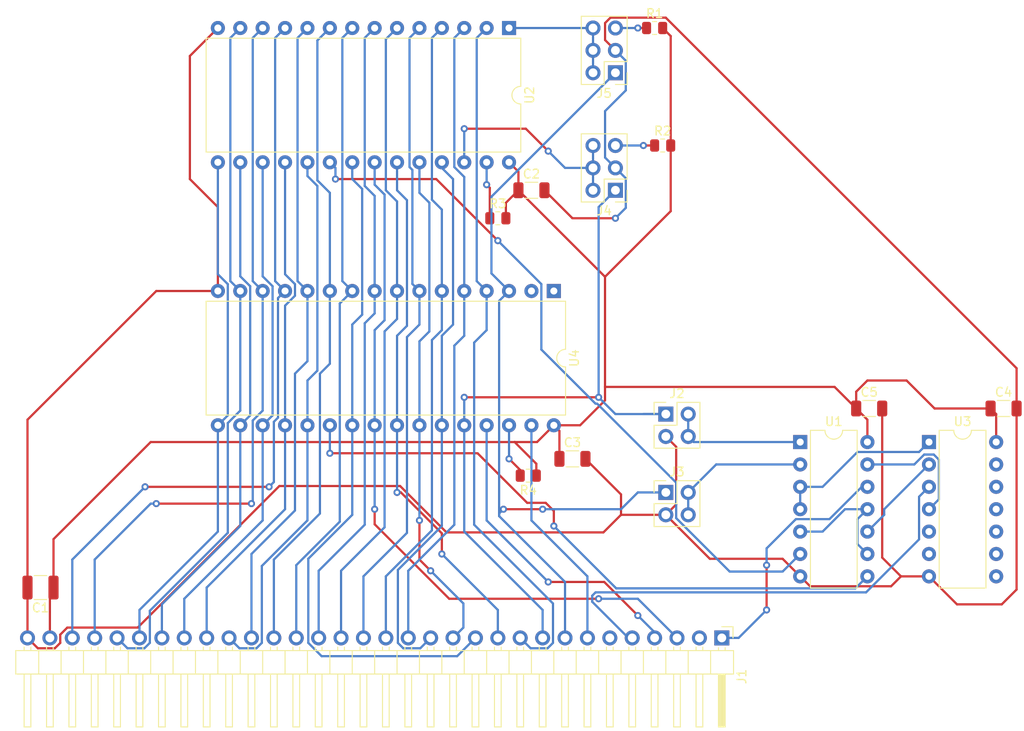
<source format=kicad_pcb>
(kicad_pcb (version 20171130) (host pcbnew "(5.1.7)-1")

  (general
    (thickness 1.6)
    (drawings 0)
    (tracks 443)
    (zones 0)
    (modules 18)
    (nets 46)
  )

  (page A4)
  (layers
    (0 F.Cu signal)
    (31 B.Cu signal)
    (32 B.Adhes user)
    (33 F.Adhes user)
    (34 B.Paste user)
    (35 F.Paste user)
    (36 B.SilkS user)
    (37 F.SilkS user)
    (38 B.Mask user)
    (39 F.Mask user)
    (40 Dwgs.User user)
    (41 Cmts.User user)
    (42 Eco1.User user)
    (43 Eco2.User user)
    (44 Edge.Cuts user)
    (45 Margin user)
    (46 B.CrtYd user)
    (47 F.CrtYd user)
    (48 B.Fab user)
    (49 F.Fab user)
  )

  (setup
    (last_trace_width 0.25)
    (trace_clearance 0.2)
    (zone_clearance 0.508)
    (zone_45_only no)
    (trace_min 0.2)
    (via_size 0.8)
    (via_drill 0.4)
    (via_min_size 0.4)
    (via_min_drill 0.3)
    (uvia_size 0.3)
    (uvia_drill 0.1)
    (uvias_allowed no)
    (uvia_min_size 0.2)
    (uvia_min_drill 0.1)
    (edge_width 0.05)
    (segment_width 0.2)
    (pcb_text_width 0.3)
    (pcb_text_size 1.5 1.5)
    (mod_edge_width 0.12)
    (mod_text_size 1 1)
    (mod_text_width 0.15)
    (pad_size 1.524 1.524)
    (pad_drill 0.762)
    (pad_to_mask_clearance 0)
    (aux_axis_origin 0 0)
    (visible_elements FFFFFF7F)
    (pcbplotparams
      (layerselection 0x010fc_ffffffff)
      (usegerberextensions false)
      (usegerberattributes true)
      (usegerberadvancedattributes true)
      (creategerberjobfile true)
      (excludeedgelayer true)
      (linewidth 0.100000)
      (plotframeref false)
      (viasonmask false)
      (mode 1)
      (useauxorigin false)
      (hpglpennumber 1)
      (hpglpenspeed 20)
      (hpglpendiameter 15.000000)
      (psnegative false)
      (psa4output false)
      (plotreference true)
      (plotvalue true)
      (plotinvisibletext false)
      (padsonsilk false)
      (subtractmaskfromsilk false)
      (outputformat 1)
      (mirror false)
      (drillshape 1)
      (scaleselection 1)
      (outputdirectory ""))
  )

  (net 0 "")
  (net 1 /5V)
  (net 2 /GND)
  (net 3 /~MREQ)
  (net 4 /~RD)
  (net 5 /~WR)
  (net 6 /~RFSH)
  (net 7 /A15)
  (net 8 /A14)
  (net 9 /A13)
  (net 10 /A12)
  (net 11 /A11)
  (net 12 /A10)
  (net 13 /A9)
  (net 14 /A8)
  (net 15 /A7)
  (net 16 /A6)
  (net 17 /A5)
  (net 18 /A4)
  (net 19 /A3)
  (net 20 /A2)
  (net 21 /A1)
  (net 22 /A0)
  (net 23 /D7)
  (net 24 /D6)
  (net 25 /D5)
  (net 26 /D4)
  (net 27 /D3)
  (net 28 /D2)
  (net 29 /D1)
  (net 30 /D0)
  (net 31 /A13DEC)
  (net 32 /A14DEC)
  (net 33 /A13ROM)
  (net 34 "Net-(J4-Pad5)")
  (net 35 /A14ROM)
  (net 36 "Net-(J5-Pad5)")
  (net 37 "Net-(R3-Pad1)")
  (net 38 "Net-(R4-Pad2)")
  (net 39 /~RAM_EN)
  (net 40 /~ROM_RANGE)
  (net 41 "Net-(U1-Pad10)")
  (net 42 /~ROM_EN)
  (net 43 /A16)
  (net 44 /~MEM_EN)
  (net 45 "Net-(U1-Pad13)")

  (net_class Default "This is the default net class."
    (clearance 0.2)
    (trace_width 0.25)
    (via_dia 0.8)
    (via_drill 0.4)
    (uvia_dia 0.3)
    (uvia_drill 0.1)
    (add_net /5V)
    (add_net /A0)
    (add_net /A1)
    (add_net /A10)
    (add_net /A11)
    (add_net /A12)
    (add_net /A13)
    (add_net /A13DEC)
    (add_net /A13ROM)
    (add_net /A14)
    (add_net /A14DEC)
    (add_net /A14ROM)
    (add_net /A15)
    (add_net /A16)
    (add_net /A2)
    (add_net /A3)
    (add_net /A4)
    (add_net /A5)
    (add_net /A6)
    (add_net /A7)
    (add_net /A8)
    (add_net /A9)
    (add_net /D0)
    (add_net /D1)
    (add_net /D2)
    (add_net /D3)
    (add_net /D4)
    (add_net /D5)
    (add_net /D6)
    (add_net /D7)
    (add_net /GND)
    (add_net /~MEM_EN)
    (add_net /~MREQ)
    (add_net /~RAM_EN)
    (add_net /~RD)
    (add_net /~RFSH)
    (add_net /~ROM_EN)
    (add_net /~ROM_RANGE)
    (add_net /~WR)
    (add_net "Net-(J4-Pad5)")
    (add_net "Net-(J5-Pad5)")
    (add_net "Net-(R3-Pad1)")
    (add_net "Net-(R4-Pad2)")
    (add_net "Net-(U1-Pad10)")
    (add_net "Net-(U1-Pad13)")
  )

  (module Connector_PinHeader_2.54mm:PinHeader_1x32_P2.54mm_Horizontal (layer F.Cu) (tedit 59FED5CB) (tstamp 604AF66E)
    (at 174.625 127 270)
    (descr "Through hole angled pin header, 1x32, 2.54mm pitch, 6mm pin length, single row")
    (tags "Through hole angled pin header THT 1x32 2.54mm single row")
    (path /6040D1BA)
    (fp_text reference J1 (at 4.385 -2.27 90) (layer F.SilkS)
      (effects (font (size 1 1) (thickness 0.15)))
    )
    (fp_text value Conn_01x32 (at 4.385 81.01 90) (layer F.Fab)
      (effects (font (size 1 1) (thickness 0.15)))
    )
    (fp_line (start 10.55 -1.8) (end -1.8 -1.8) (layer F.CrtYd) (width 0.05))
    (fp_line (start 10.55 80.55) (end 10.55 -1.8) (layer F.CrtYd) (width 0.05))
    (fp_line (start -1.8 80.55) (end 10.55 80.55) (layer F.CrtYd) (width 0.05))
    (fp_line (start -1.8 -1.8) (end -1.8 80.55) (layer F.CrtYd) (width 0.05))
    (fp_line (start -1.27 -1.27) (end 0 -1.27) (layer F.SilkS) (width 0.12))
    (fp_line (start -1.27 0) (end -1.27 -1.27) (layer F.SilkS) (width 0.12))
    (fp_line (start 1.042929 79.12) (end 1.44 79.12) (layer F.SilkS) (width 0.12))
    (fp_line (start 1.042929 78.36) (end 1.44 78.36) (layer F.SilkS) (width 0.12))
    (fp_line (start 10.1 79.12) (end 4.1 79.12) (layer F.SilkS) (width 0.12))
    (fp_line (start 10.1 78.36) (end 10.1 79.12) (layer F.SilkS) (width 0.12))
    (fp_line (start 4.1 78.36) (end 10.1 78.36) (layer F.SilkS) (width 0.12))
    (fp_line (start 1.44 77.47) (end 4.1 77.47) (layer F.SilkS) (width 0.12))
    (fp_line (start 1.042929 76.58) (end 1.44 76.58) (layer F.SilkS) (width 0.12))
    (fp_line (start 1.042929 75.82) (end 1.44 75.82) (layer F.SilkS) (width 0.12))
    (fp_line (start 10.1 76.58) (end 4.1 76.58) (layer F.SilkS) (width 0.12))
    (fp_line (start 10.1 75.82) (end 10.1 76.58) (layer F.SilkS) (width 0.12))
    (fp_line (start 4.1 75.82) (end 10.1 75.82) (layer F.SilkS) (width 0.12))
    (fp_line (start 1.44 74.93) (end 4.1 74.93) (layer F.SilkS) (width 0.12))
    (fp_line (start 1.042929 74.04) (end 1.44 74.04) (layer F.SilkS) (width 0.12))
    (fp_line (start 1.042929 73.28) (end 1.44 73.28) (layer F.SilkS) (width 0.12))
    (fp_line (start 10.1 74.04) (end 4.1 74.04) (layer F.SilkS) (width 0.12))
    (fp_line (start 10.1 73.28) (end 10.1 74.04) (layer F.SilkS) (width 0.12))
    (fp_line (start 4.1 73.28) (end 10.1 73.28) (layer F.SilkS) (width 0.12))
    (fp_line (start 1.44 72.39) (end 4.1 72.39) (layer F.SilkS) (width 0.12))
    (fp_line (start 1.042929 71.5) (end 1.44 71.5) (layer F.SilkS) (width 0.12))
    (fp_line (start 1.042929 70.74) (end 1.44 70.74) (layer F.SilkS) (width 0.12))
    (fp_line (start 10.1 71.5) (end 4.1 71.5) (layer F.SilkS) (width 0.12))
    (fp_line (start 10.1 70.74) (end 10.1 71.5) (layer F.SilkS) (width 0.12))
    (fp_line (start 4.1 70.74) (end 10.1 70.74) (layer F.SilkS) (width 0.12))
    (fp_line (start 1.44 69.85) (end 4.1 69.85) (layer F.SilkS) (width 0.12))
    (fp_line (start 1.042929 68.96) (end 1.44 68.96) (layer F.SilkS) (width 0.12))
    (fp_line (start 1.042929 68.2) (end 1.44 68.2) (layer F.SilkS) (width 0.12))
    (fp_line (start 10.1 68.96) (end 4.1 68.96) (layer F.SilkS) (width 0.12))
    (fp_line (start 10.1 68.2) (end 10.1 68.96) (layer F.SilkS) (width 0.12))
    (fp_line (start 4.1 68.2) (end 10.1 68.2) (layer F.SilkS) (width 0.12))
    (fp_line (start 1.44 67.31) (end 4.1 67.31) (layer F.SilkS) (width 0.12))
    (fp_line (start 1.042929 66.42) (end 1.44 66.42) (layer F.SilkS) (width 0.12))
    (fp_line (start 1.042929 65.66) (end 1.44 65.66) (layer F.SilkS) (width 0.12))
    (fp_line (start 10.1 66.42) (end 4.1 66.42) (layer F.SilkS) (width 0.12))
    (fp_line (start 10.1 65.66) (end 10.1 66.42) (layer F.SilkS) (width 0.12))
    (fp_line (start 4.1 65.66) (end 10.1 65.66) (layer F.SilkS) (width 0.12))
    (fp_line (start 1.44 64.77) (end 4.1 64.77) (layer F.SilkS) (width 0.12))
    (fp_line (start 1.042929 63.88) (end 1.44 63.88) (layer F.SilkS) (width 0.12))
    (fp_line (start 1.042929 63.12) (end 1.44 63.12) (layer F.SilkS) (width 0.12))
    (fp_line (start 10.1 63.88) (end 4.1 63.88) (layer F.SilkS) (width 0.12))
    (fp_line (start 10.1 63.12) (end 10.1 63.88) (layer F.SilkS) (width 0.12))
    (fp_line (start 4.1 63.12) (end 10.1 63.12) (layer F.SilkS) (width 0.12))
    (fp_line (start 1.44 62.23) (end 4.1 62.23) (layer F.SilkS) (width 0.12))
    (fp_line (start 1.042929 61.34) (end 1.44 61.34) (layer F.SilkS) (width 0.12))
    (fp_line (start 1.042929 60.58) (end 1.44 60.58) (layer F.SilkS) (width 0.12))
    (fp_line (start 10.1 61.34) (end 4.1 61.34) (layer F.SilkS) (width 0.12))
    (fp_line (start 10.1 60.58) (end 10.1 61.34) (layer F.SilkS) (width 0.12))
    (fp_line (start 4.1 60.58) (end 10.1 60.58) (layer F.SilkS) (width 0.12))
    (fp_line (start 1.44 59.69) (end 4.1 59.69) (layer F.SilkS) (width 0.12))
    (fp_line (start 1.042929 58.8) (end 1.44 58.8) (layer F.SilkS) (width 0.12))
    (fp_line (start 1.042929 58.04) (end 1.44 58.04) (layer F.SilkS) (width 0.12))
    (fp_line (start 10.1 58.8) (end 4.1 58.8) (layer F.SilkS) (width 0.12))
    (fp_line (start 10.1 58.04) (end 10.1 58.8) (layer F.SilkS) (width 0.12))
    (fp_line (start 4.1 58.04) (end 10.1 58.04) (layer F.SilkS) (width 0.12))
    (fp_line (start 1.44 57.15) (end 4.1 57.15) (layer F.SilkS) (width 0.12))
    (fp_line (start 1.042929 56.26) (end 1.44 56.26) (layer F.SilkS) (width 0.12))
    (fp_line (start 1.042929 55.5) (end 1.44 55.5) (layer F.SilkS) (width 0.12))
    (fp_line (start 10.1 56.26) (end 4.1 56.26) (layer F.SilkS) (width 0.12))
    (fp_line (start 10.1 55.5) (end 10.1 56.26) (layer F.SilkS) (width 0.12))
    (fp_line (start 4.1 55.5) (end 10.1 55.5) (layer F.SilkS) (width 0.12))
    (fp_line (start 1.44 54.61) (end 4.1 54.61) (layer F.SilkS) (width 0.12))
    (fp_line (start 1.042929 53.72) (end 1.44 53.72) (layer F.SilkS) (width 0.12))
    (fp_line (start 1.042929 52.96) (end 1.44 52.96) (layer F.SilkS) (width 0.12))
    (fp_line (start 10.1 53.72) (end 4.1 53.72) (layer F.SilkS) (width 0.12))
    (fp_line (start 10.1 52.96) (end 10.1 53.72) (layer F.SilkS) (width 0.12))
    (fp_line (start 4.1 52.96) (end 10.1 52.96) (layer F.SilkS) (width 0.12))
    (fp_line (start 1.44 52.07) (end 4.1 52.07) (layer F.SilkS) (width 0.12))
    (fp_line (start 1.042929 51.18) (end 1.44 51.18) (layer F.SilkS) (width 0.12))
    (fp_line (start 1.042929 50.42) (end 1.44 50.42) (layer F.SilkS) (width 0.12))
    (fp_line (start 10.1 51.18) (end 4.1 51.18) (layer F.SilkS) (width 0.12))
    (fp_line (start 10.1 50.42) (end 10.1 51.18) (layer F.SilkS) (width 0.12))
    (fp_line (start 4.1 50.42) (end 10.1 50.42) (layer F.SilkS) (width 0.12))
    (fp_line (start 1.44 49.53) (end 4.1 49.53) (layer F.SilkS) (width 0.12))
    (fp_line (start 1.042929 48.64) (end 1.44 48.64) (layer F.SilkS) (width 0.12))
    (fp_line (start 1.042929 47.88) (end 1.44 47.88) (layer F.SilkS) (width 0.12))
    (fp_line (start 10.1 48.64) (end 4.1 48.64) (layer F.SilkS) (width 0.12))
    (fp_line (start 10.1 47.88) (end 10.1 48.64) (layer F.SilkS) (width 0.12))
    (fp_line (start 4.1 47.88) (end 10.1 47.88) (layer F.SilkS) (width 0.12))
    (fp_line (start 1.44 46.99) (end 4.1 46.99) (layer F.SilkS) (width 0.12))
    (fp_line (start 1.042929 46.1) (end 1.44 46.1) (layer F.SilkS) (width 0.12))
    (fp_line (start 1.042929 45.34) (end 1.44 45.34) (layer F.SilkS) (width 0.12))
    (fp_line (start 10.1 46.1) (end 4.1 46.1) (layer F.SilkS) (width 0.12))
    (fp_line (start 10.1 45.34) (end 10.1 46.1) (layer F.SilkS) (width 0.12))
    (fp_line (start 4.1 45.34) (end 10.1 45.34) (layer F.SilkS) (width 0.12))
    (fp_line (start 1.44 44.45) (end 4.1 44.45) (layer F.SilkS) (width 0.12))
    (fp_line (start 1.042929 43.56) (end 1.44 43.56) (layer F.SilkS) (width 0.12))
    (fp_line (start 1.042929 42.8) (end 1.44 42.8) (layer F.SilkS) (width 0.12))
    (fp_line (start 10.1 43.56) (end 4.1 43.56) (layer F.SilkS) (width 0.12))
    (fp_line (start 10.1 42.8) (end 10.1 43.56) (layer F.SilkS) (width 0.12))
    (fp_line (start 4.1 42.8) (end 10.1 42.8) (layer F.SilkS) (width 0.12))
    (fp_line (start 1.44 41.91) (end 4.1 41.91) (layer F.SilkS) (width 0.12))
    (fp_line (start 1.042929 41.02) (end 1.44 41.02) (layer F.SilkS) (width 0.12))
    (fp_line (start 1.042929 40.26) (end 1.44 40.26) (layer F.SilkS) (width 0.12))
    (fp_line (start 10.1 41.02) (end 4.1 41.02) (layer F.SilkS) (width 0.12))
    (fp_line (start 10.1 40.26) (end 10.1 41.02) (layer F.SilkS) (width 0.12))
    (fp_line (start 4.1 40.26) (end 10.1 40.26) (layer F.SilkS) (width 0.12))
    (fp_line (start 1.44 39.37) (end 4.1 39.37) (layer F.SilkS) (width 0.12))
    (fp_line (start 1.042929 38.48) (end 1.44 38.48) (layer F.SilkS) (width 0.12))
    (fp_line (start 1.042929 37.72) (end 1.44 37.72) (layer F.SilkS) (width 0.12))
    (fp_line (start 10.1 38.48) (end 4.1 38.48) (layer F.SilkS) (width 0.12))
    (fp_line (start 10.1 37.72) (end 10.1 38.48) (layer F.SilkS) (width 0.12))
    (fp_line (start 4.1 37.72) (end 10.1 37.72) (layer F.SilkS) (width 0.12))
    (fp_line (start 1.44 36.83) (end 4.1 36.83) (layer F.SilkS) (width 0.12))
    (fp_line (start 1.042929 35.94) (end 1.44 35.94) (layer F.SilkS) (width 0.12))
    (fp_line (start 1.042929 35.18) (end 1.44 35.18) (layer F.SilkS) (width 0.12))
    (fp_line (start 10.1 35.94) (end 4.1 35.94) (layer F.SilkS) (width 0.12))
    (fp_line (start 10.1 35.18) (end 10.1 35.94) (layer F.SilkS) (width 0.12))
    (fp_line (start 4.1 35.18) (end 10.1 35.18) (layer F.SilkS) (width 0.12))
    (fp_line (start 1.44 34.29) (end 4.1 34.29) (layer F.SilkS) (width 0.12))
    (fp_line (start 1.042929 33.4) (end 1.44 33.4) (layer F.SilkS) (width 0.12))
    (fp_line (start 1.042929 32.64) (end 1.44 32.64) (layer F.SilkS) (width 0.12))
    (fp_line (start 10.1 33.4) (end 4.1 33.4) (layer F.SilkS) (width 0.12))
    (fp_line (start 10.1 32.64) (end 10.1 33.4) (layer F.SilkS) (width 0.12))
    (fp_line (start 4.1 32.64) (end 10.1 32.64) (layer F.SilkS) (width 0.12))
    (fp_line (start 1.44 31.75) (end 4.1 31.75) (layer F.SilkS) (width 0.12))
    (fp_line (start 1.042929 30.86) (end 1.44 30.86) (layer F.SilkS) (width 0.12))
    (fp_line (start 1.042929 30.1) (end 1.44 30.1) (layer F.SilkS) (width 0.12))
    (fp_line (start 10.1 30.86) (end 4.1 30.86) (layer F.SilkS) (width 0.12))
    (fp_line (start 10.1 30.1) (end 10.1 30.86) (layer F.SilkS) (width 0.12))
    (fp_line (start 4.1 30.1) (end 10.1 30.1) (layer F.SilkS) (width 0.12))
    (fp_line (start 1.44 29.21) (end 4.1 29.21) (layer F.SilkS) (width 0.12))
    (fp_line (start 1.042929 28.32) (end 1.44 28.32) (layer F.SilkS) (width 0.12))
    (fp_line (start 1.042929 27.56) (end 1.44 27.56) (layer F.SilkS) (width 0.12))
    (fp_line (start 10.1 28.32) (end 4.1 28.32) (layer F.SilkS) (width 0.12))
    (fp_line (start 10.1 27.56) (end 10.1 28.32) (layer F.SilkS) (width 0.12))
    (fp_line (start 4.1 27.56) (end 10.1 27.56) (layer F.SilkS) (width 0.12))
    (fp_line (start 1.44 26.67) (end 4.1 26.67) (layer F.SilkS) (width 0.12))
    (fp_line (start 1.042929 25.78) (end 1.44 25.78) (layer F.SilkS) (width 0.12))
    (fp_line (start 1.042929 25.02) (end 1.44 25.02) (layer F.SilkS) (width 0.12))
    (fp_line (start 10.1 25.78) (end 4.1 25.78) (layer F.SilkS) (width 0.12))
    (fp_line (start 10.1 25.02) (end 10.1 25.78) (layer F.SilkS) (width 0.12))
    (fp_line (start 4.1 25.02) (end 10.1 25.02) (layer F.SilkS) (width 0.12))
    (fp_line (start 1.44 24.13) (end 4.1 24.13) (layer F.SilkS) (width 0.12))
    (fp_line (start 1.042929 23.24) (end 1.44 23.24) (layer F.SilkS) (width 0.12))
    (fp_line (start 1.042929 22.48) (end 1.44 22.48) (layer F.SilkS) (width 0.12))
    (fp_line (start 10.1 23.24) (end 4.1 23.24) (layer F.SilkS) (width 0.12))
    (fp_line (start 10.1 22.48) (end 10.1 23.24) (layer F.SilkS) (width 0.12))
    (fp_line (start 4.1 22.48) (end 10.1 22.48) (layer F.SilkS) (width 0.12))
    (fp_line (start 1.44 21.59) (end 4.1 21.59) (layer F.SilkS) (width 0.12))
    (fp_line (start 1.042929 20.7) (end 1.44 20.7) (layer F.SilkS) (width 0.12))
    (fp_line (start 1.042929 19.94) (end 1.44 19.94) (layer F.SilkS) (width 0.12))
    (fp_line (start 10.1 20.7) (end 4.1 20.7) (layer F.SilkS) (width 0.12))
    (fp_line (start 10.1 19.94) (end 10.1 20.7) (layer F.SilkS) (width 0.12))
    (fp_line (start 4.1 19.94) (end 10.1 19.94) (layer F.SilkS) (width 0.12))
    (fp_line (start 1.44 19.05) (end 4.1 19.05) (layer F.SilkS) (width 0.12))
    (fp_line (start 1.042929 18.16) (end 1.44 18.16) (layer F.SilkS) (width 0.12))
    (fp_line (start 1.042929 17.4) (end 1.44 17.4) (layer F.SilkS) (width 0.12))
    (fp_line (start 10.1 18.16) (end 4.1 18.16) (layer F.SilkS) (width 0.12))
    (fp_line (start 10.1 17.4) (end 10.1 18.16) (layer F.SilkS) (width 0.12))
    (fp_line (start 4.1 17.4) (end 10.1 17.4) (layer F.SilkS) (width 0.12))
    (fp_line (start 1.44 16.51) (end 4.1 16.51) (layer F.SilkS) (width 0.12))
    (fp_line (start 1.042929 15.62) (end 1.44 15.62) (layer F.SilkS) (width 0.12))
    (fp_line (start 1.042929 14.86) (end 1.44 14.86) (layer F.SilkS) (width 0.12))
    (fp_line (start 10.1 15.62) (end 4.1 15.62) (layer F.SilkS) (width 0.12))
    (fp_line (start 10.1 14.86) (end 10.1 15.62) (layer F.SilkS) (width 0.12))
    (fp_line (start 4.1 14.86) (end 10.1 14.86) (layer F.SilkS) (width 0.12))
    (fp_line (start 1.44 13.97) (end 4.1 13.97) (layer F.SilkS) (width 0.12))
    (fp_line (start 1.042929 13.08) (end 1.44 13.08) (layer F.SilkS) (width 0.12))
    (fp_line (start 1.042929 12.32) (end 1.44 12.32) (layer F.SilkS) (width 0.12))
    (fp_line (start 10.1 13.08) (end 4.1 13.08) (layer F.SilkS) (width 0.12))
    (fp_line (start 10.1 12.32) (end 10.1 13.08) (layer F.SilkS) (width 0.12))
    (fp_line (start 4.1 12.32) (end 10.1 12.32) (layer F.SilkS) (width 0.12))
    (fp_line (start 1.44 11.43) (end 4.1 11.43) (layer F.SilkS) (width 0.12))
    (fp_line (start 1.042929 10.54) (end 1.44 10.54) (layer F.SilkS) (width 0.12))
    (fp_line (start 1.042929 9.78) (end 1.44 9.78) (layer F.SilkS) (width 0.12))
    (fp_line (start 10.1 10.54) (end 4.1 10.54) (layer F.SilkS) (width 0.12))
    (fp_line (start 10.1 9.78) (end 10.1 10.54) (layer F.SilkS) (width 0.12))
    (fp_line (start 4.1 9.78) (end 10.1 9.78) (layer F.SilkS) (width 0.12))
    (fp_line (start 1.44 8.89) (end 4.1 8.89) (layer F.SilkS) (width 0.12))
    (fp_line (start 1.042929 8) (end 1.44 8) (layer F.SilkS) (width 0.12))
    (fp_line (start 1.042929 7.24) (end 1.44 7.24) (layer F.SilkS) (width 0.12))
    (fp_line (start 10.1 8) (end 4.1 8) (layer F.SilkS) (width 0.12))
    (fp_line (start 10.1 7.24) (end 10.1 8) (layer F.SilkS) (width 0.12))
    (fp_line (start 4.1 7.24) (end 10.1 7.24) (layer F.SilkS) (width 0.12))
    (fp_line (start 1.44 6.35) (end 4.1 6.35) (layer F.SilkS) (width 0.12))
    (fp_line (start 1.042929 5.46) (end 1.44 5.46) (layer F.SilkS) (width 0.12))
    (fp_line (start 1.042929 4.7) (end 1.44 4.7) (layer F.SilkS) (width 0.12))
    (fp_line (start 10.1 5.46) (end 4.1 5.46) (layer F.SilkS) (width 0.12))
    (fp_line (start 10.1 4.7) (end 10.1 5.46) (layer F.SilkS) (width 0.12))
    (fp_line (start 4.1 4.7) (end 10.1 4.7) (layer F.SilkS) (width 0.12))
    (fp_line (start 1.44 3.81) (end 4.1 3.81) (layer F.SilkS) (width 0.12))
    (fp_line (start 1.042929 2.92) (end 1.44 2.92) (layer F.SilkS) (width 0.12))
    (fp_line (start 1.042929 2.16) (end 1.44 2.16) (layer F.SilkS) (width 0.12))
    (fp_line (start 10.1 2.92) (end 4.1 2.92) (layer F.SilkS) (width 0.12))
    (fp_line (start 10.1 2.16) (end 10.1 2.92) (layer F.SilkS) (width 0.12))
    (fp_line (start 4.1 2.16) (end 10.1 2.16) (layer F.SilkS) (width 0.12))
    (fp_line (start 1.44 1.27) (end 4.1 1.27) (layer F.SilkS) (width 0.12))
    (fp_line (start 1.11 0.38) (end 1.44 0.38) (layer F.SilkS) (width 0.12))
    (fp_line (start 1.11 -0.38) (end 1.44 -0.38) (layer F.SilkS) (width 0.12))
    (fp_line (start 4.1 0.28) (end 10.1 0.28) (layer F.SilkS) (width 0.12))
    (fp_line (start 4.1 0.16) (end 10.1 0.16) (layer F.SilkS) (width 0.12))
    (fp_line (start 4.1 0.04) (end 10.1 0.04) (layer F.SilkS) (width 0.12))
    (fp_line (start 4.1 -0.08) (end 10.1 -0.08) (layer F.SilkS) (width 0.12))
    (fp_line (start 4.1 -0.2) (end 10.1 -0.2) (layer F.SilkS) (width 0.12))
    (fp_line (start 4.1 -0.32) (end 10.1 -0.32) (layer F.SilkS) (width 0.12))
    (fp_line (start 10.1 0.38) (end 4.1 0.38) (layer F.SilkS) (width 0.12))
    (fp_line (start 10.1 -0.38) (end 10.1 0.38) (layer F.SilkS) (width 0.12))
    (fp_line (start 4.1 -0.38) (end 10.1 -0.38) (layer F.SilkS) (width 0.12))
    (fp_line (start 4.1 -1.33) (end 1.44 -1.33) (layer F.SilkS) (width 0.12))
    (fp_line (start 4.1 80.07) (end 4.1 -1.33) (layer F.SilkS) (width 0.12))
    (fp_line (start 1.44 80.07) (end 4.1 80.07) (layer F.SilkS) (width 0.12))
    (fp_line (start 1.44 -1.33) (end 1.44 80.07) (layer F.SilkS) (width 0.12))
    (fp_line (start 4.04 79.06) (end 10.04 79.06) (layer F.Fab) (width 0.1))
    (fp_line (start 10.04 78.42) (end 10.04 79.06) (layer F.Fab) (width 0.1))
    (fp_line (start 4.04 78.42) (end 10.04 78.42) (layer F.Fab) (width 0.1))
    (fp_line (start -0.32 79.06) (end 1.5 79.06) (layer F.Fab) (width 0.1))
    (fp_line (start -0.32 78.42) (end -0.32 79.06) (layer F.Fab) (width 0.1))
    (fp_line (start -0.32 78.42) (end 1.5 78.42) (layer F.Fab) (width 0.1))
    (fp_line (start 4.04 76.52) (end 10.04 76.52) (layer F.Fab) (width 0.1))
    (fp_line (start 10.04 75.88) (end 10.04 76.52) (layer F.Fab) (width 0.1))
    (fp_line (start 4.04 75.88) (end 10.04 75.88) (layer F.Fab) (width 0.1))
    (fp_line (start -0.32 76.52) (end 1.5 76.52) (layer F.Fab) (width 0.1))
    (fp_line (start -0.32 75.88) (end -0.32 76.52) (layer F.Fab) (width 0.1))
    (fp_line (start -0.32 75.88) (end 1.5 75.88) (layer F.Fab) (width 0.1))
    (fp_line (start 4.04 73.98) (end 10.04 73.98) (layer F.Fab) (width 0.1))
    (fp_line (start 10.04 73.34) (end 10.04 73.98) (layer F.Fab) (width 0.1))
    (fp_line (start 4.04 73.34) (end 10.04 73.34) (layer F.Fab) (width 0.1))
    (fp_line (start -0.32 73.98) (end 1.5 73.98) (layer F.Fab) (width 0.1))
    (fp_line (start -0.32 73.34) (end -0.32 73.98) (layer F.Fab) (width 0.1))
    (fp_line (start -0.32 73.34) (end 1.5 73.34) (layer F.Fab) (width 0.1))
    (fp_line (start 4.04 71.44) (end 10.04 71.44) (layer F.Fab) (width 0.1))
    (fp_line (start 10.04 70.8) (end 10.04 71.44) (layer F.Fab) (width 0.1))
    (fp_line (start 4.04 70.8) (end 10.04 70.8) (layer F.Fab) (width 0.1))
    (fp_line (start -0.32 71.44) (end 1.5 71.44) (layer F.Fab) (width 0.1))
    (fp_line (start -0.32 70.8) (end -0.32 71.44) (layer F.Fab) (width 0.1))
    (fp_line (start -0.32 70.8) (end 1.5 70.8) (layer F.Fab) (width 0.1))
    (fp_line (start 4.04 68.9) (end 10.04 68.9) (layer F.Fab) (width 0.1))
    (fp_line (start 10.04 68.26) (end 10.04 68.9) (layer F.Fab) (width 0.1))
    (fp_line (start 4.04 68.26) (end 10.04 68.26) (layer F.Fab) (width 0.1))
    (fp_line (start -0.32 68.9) (end 1.5 68.9) (layer F.Fab) (width 0.1))
    (fp_line (start -0.32 68.26) (end -0.32 68.9) (layer F.Fab) (width 0.1))
    (fp_line (start -0.32 68.26) (end 1.5 68.26) (layer F.Fab) (width 0.1))
    (fp_line (start 4.04 66.36) (end 10.04 66.36) (layer F.Fab) (width 0.1))
    (fp_line (start 10.04 65.72) (end 10.04 66.36) (layer F.Fab) (width 0.1))
    (fp_line (start 4.04 65.72) (end 10.04 65.72) (layer F.Fab) (width 0.1))
    (fp_line (start -0.32 66.36) (end 1.5 66.36) (layer F.Fab) (width 0.1))
    (fp_line (start -0.32 65.72) (end -0.32 66.36) (layer F.Fab) (width 0.1))
    (fp_line (start -0.32 65.72) (end 1.5 65.72) (layer F.Fab) (width 0.1))
    (fp_line (start 4.04 63.82) (end 10.04 63.82) (layer F.Fab) (width 0.1))
    (fp_line (start 10.04 63.18) (end 10.04 63.82) (layer F.Fab) (width 0.1))
    (fp_line (start 4.04 63.18) (end 10.04 63.18) (layer F.Fab) (width 0.1))
    (fp_line (start -0.32 63.82) (end 1.5 63.82) (layer F.Fab) (width 0.1))
    (fp_line (start -0.32 63.18) (end -0.32 63.82) (layer F.Fab) (width 0.1))
    (fp_line (start -0.32 63.18) (end 1.5 63.18) (layer F.Fab) (width 0.1))
    (fp_line (start 4.04 61.28) (end 10.04 61.28) (layer F.Fab) (width 0.1))
    (fp_line (start 10.04 60.64) (end 10.04 61.28) (layer F.Fab) (width 0.1))
    (fp_line (start 4.04 60.64) (end 10.04 60.64) (layer F.Fab) (width 0.1))
    (fp_line (start -0.32 61.28) (end 1.5 61.28) (layer F.Fab) (width 0.1))
    (fp_line (start -0.32 60.64) (end -0.32 61.28) (layer F.Fab) (width 0.1))
    (fp_line (start -0.32 60.64) (end 1.5 60.64) (layer F.Fab) (width 0.1))
    (fp_line (start 4.04 58.74) (end 10.04 58.74) (layer F.Fab) (width 0.1))
    (fp_line (start 10.04 58.1) (end 10.04 58.74) (layer F.Fab) (width 0.1))
    (fp_line (start 4.04 58.1) (end 10.04 58.1) (layer F.Fab) (width 0.1))
    (fp_line (start -0.32 58.74) (end 1.5 58.74) (layer F.Fab) (width 0.1))
    (fp_line (start -0.32 58.1) (end -0.32 58.74) (layer F.Fab) (width 0.1))
    (fp_line (start -0.32 58.1) (end 1.5 58.1) (layer F.Fab) (width 0.1))
    (fp_line (start 4.04 56.2) (end 10.04 56.2) (layer F.Fab) (width 0.1))
    (fp_line (start 10.04 55.56) (end 10.04 56.2) (layer F.Fab) (width 0.1))
    (fp_line (start 4.04 55.56) (end 10.04 55.56) (layer F.Fab) (width 0.1))
    (fp_line (start -0.32 56.2) (end 1.5 56.2) (layer F.Fab) (width 0.1))
    (fp_line (start -0.32 55.56) (end -0.32 56.2) (layer F.Fab) (width 0.1))
    (fp_line (start -0.32 55.56) (end 1.5 55.56) (layer F.Fab) (width 0.1))
    (fp_line (start 4.04 53.66) (end 10.04 53.66) (layer F.Fab) (width 0.1))
    (fp_line (start 10.04 53.02) (end 10.04 53.66) (layer F.Fab) (width 0.1))
    (fp_line (start 4.04 53.02) (end 10.04 53.02) (layer F.Fab) (width 0.1))
    (fp_line (start -0.32 53.66) (end 1.5 53.66) (layer F.Fab) (width 0.1))
    (fp_line (start -0.32 53.02) (end -0.32 53.66) (layer F.Fab) (width 0.1))
    (fp_line (start -0.32 53.02) (end 1.5 53.02) (layer F.Fab) (width 0.1))
    (fp_line (start 4.04 51.12) (end 10.04 51.12) (layer F.Fab) (width 0.1))
    (fp_line (start 10.04 50.48) (end 10.04 51.12) (layer F.Fab) (width 0.1))
    (fp_line (start 4.04 50.48) (end 10.04 50.48) (layer F.Fab) (width 0.1))
    (fp_line (start -0.32 51.12) (end 1.5 51.12) (layer F.Fab) (width 0.1))
    (fp_line (start -0.32 50.48) (end -0.32 51.12) (layer F.Fab) (width 0.1))
    (fp_line (start -0.32 50.48) (end 1.5 50.48) (layer F.Fab) (width 0.1))
    (fp_line (start 4.04 48.58) (end 10.04 48.58) (layer F.Fab) (width 0.1))
    (fp_line (start 10.04 47.94) (end 10.04 48.58) (layer F.Fab) (width 0.1))
    (fp_line (start 4.04 47.94) (end 10.04 47.94) (layer F.Fab) (width 0.1))
    (fp_line (start -0.32 48.58) (end 1.5 48.58) (layer F.Fab) (width 0.1))
    (fp_line (start -0.32 47.94) (end -0.32 48.58) (layer F.Fab) (width 0.1))
    (fp_line (start -0.32 47.94) (end 1.5 47.94) (layer F.Fab) (width 0.1))
    (fp_line (start 4.04 46.04) (end 10.04 46.04) (layer F.Fab) (width 0.1))
    (fp_line (start 10.04 45.4) (end 10.04 46.04) (layer F.Fab) (width 0.1))
    (fp_line (start 4.04 45.4) (end 10.04 45.4) (layer F.Fab) (width 0.1))
    (fp_line (start -0.32 46.04) (end 1.5 46.04) (layer F.Fab) (width 0.1))
    (fp_line (start -0.32 45.4) (end -0.32 46.04) (layer F.Fab) (width 0.1))
    (fp_line (start -0.32 45.4) (end 1.5 45.4) (layer F.Fab) (width 0.1))
    (fp_line (start 4.04 43.5) (end 10.04 43.5) (layer F.Fab) (width 0.1))
    (fp_line (start 10.04 42.86) (end 10.04 43.5) (layer F.Fab) (width 0.1))
    (fp_line (start 4.04 42.86) (end 10.04 42.86) (layer F.Fab) (width 0.1))
    (fp_line (start -0.32 43.5) (end 1.5 43.5) (layer F.Fab) (width 0.1))
    (fp_line (start -0.32 42.86) (end -0.32 43.5) (layer F.Fab) (width 0.1))
    (fp_line (start -0.32 42.86) (end 1.5 42.86) (layer F.Fab) (width 0.1))
    (fp_line (start 4.04 40.96) (end 10.04 40.96) (layer F.Fab) (width 0.1))
    (fp_line (start 10.04 40.32) (end 10.04 40.96) (layer F.Fab) (width 0.1))
    (fp_line (start 4.04 40.32) (end 10.04 40.32) (layer F.Fab) (width 0.1))
    (fp_line (start -0.32 40.96) (end 1.5 40.96) (layer F.Fab) (width 0.1))
    (fp_line (start -0.32 40.32) (end -0.32 40.96) (layer F.Fab) (width 0.1))
    (fp_line (start -0.32 40.32) (end 1.5 40.32) (layer F.Fab) (width 0.1))
    (fp_line (start 4.04 38.42) (end 10.04 38.42) (layer F.Fab) (width 0.1))
    (fp_line (start 10.04 37.78) (end 10.04 38.42) (layer F.Fab) (width 0.1))
    (fp_line (start 4.04 37.78) (end 10.04 37.78) (layer F.Fab) (width 0.1))
    (fp_line (start -0.32 38.42) (end 1.5 38.42) (layer F.Fab) (width 0.1))
    (fp_line (start -0.32 37.78) (end -0.32 38.42) (layer F.Fab) (width 0.1))
    (fp_line (start -0.32 37.78) (end 1.5 37.78) (layer F.Fab) (width 0.1))
    (fp_line (start 4.04 35.88) (end 10.04 35.88) (layer F.Fab) (width 0.1))
    (fp_line (start 10.04 35.24) (end 10.04 35.88) (layer F.Fab) (width 0.1))
    (fp_line (start 4.04 35.24) (end 10.04 35.24) (layer F.Fab) (width 0.1))
    (fp_line (start -0.32 35.88) (end 1.5 35.88) (layer F.Fab) (width 0.1))
    (fp_line (start -0.32 35.24) (end -0.32 35.88) (layer F.Fab) (width 0.1))
    (fp_line (start -0.32 35.24) (end 1.5 35.24) (layer F.Fab) (width 0.1))
    (fp_line (start 4.04 33.34) (end 10.04 33.34) (layer F.Fab) (width 0.1))
    (fp_line (start 10.04 32.7) (end 10.04 33.34) (layer F.Fab) (width 0.1))
    (fp_line (start 4.04 32.7) (end 10.04 32.7) (layer F.Fab) (width 0.1))
    (fp_line (start -0.32 33.34) (end 1.5 33.34) (layer F.Fab) (width 0.1))
    (fp_line (start -0.32 32.7) (end -0.32 33.34) (layer F.Fab) (width 0.1))
    (fp_line (start -0.32 32.7) (end 1.5 32.7) (layer F.Fab) (width 0.1))
    (fp_line (start 4.04 30.8) (end 10.04 30.8) (layer F.Fab) (width 0.1))
    (fp_line (start 10.04 30.16) (end 10.04 30.8) (layer F.Fab) (width 0.1))
    (fp_line (start 4.04 30.16) (end 10.04 30.16) (layer F.Fab) (width 0.1))
    (fp_line (start -0.32 30.8) (end 1.5 30.8) (layer F.Fab) (width 0.1))
    (fp_line (start -0.32 30.16) (end -0.32 30.8) (layer F.Fab) (width 0.1))
    (fp_line (start -0.32 30.16) (end 1.5 30.16) (layer F.Fab) (width 0.1))
    (fp_line (start 4.04 28.26) (end 10.04 28.26) (layer F.Fab) (width 0.1))
    (fp_line (start 10.04 27.62) (end 10.04 28.26) (layer F.Fab) (width 0.1))
    (fp_line (start 4.04 27.62) (end 10.04 27.62) (layer F.Fab) (width 0.1))
    (fp_line (start -0.32 28.26) (end 1.5 28.26) (layer F.Fab) (width 0.1))
    (fp_line (start -0.32 27.62) (end -0.32 28.26) (layer F.Fab) (width 0.1))
    (fp_line (start -0.32 27.62) (end 1.5 27.62) (layer F.Fab) (width 0.1))
    (fp_line (start 4.04 25.72) (end 10.04 25.72) (layer F.Fab) (width 0.1))
    (fp_line (start 10.04 25.08) (end 10.04 25.72) (layer F.Fab) (width 0.1))
    (fp_line (start 4.04 25.08) (end 10.04 25.08) (layer F.Fab) (width 0.1))
    (fp_line (start -0.32 25.72) (end 1.5 25.72) (layer F.Fab) (width 0.1))
    (fp_line (start -0.32 25.08) (end -0.32 25.72) (layer F.Fab) (width 0.1))
    (fp_line (start -0.32 25.08) (end 1.5 25.08) (layer F.Fab) (width 0.1))
    (fp_line (start 4.04 23.18) (end 10.04 23.18) (layer F.Fab) (width 0.1))
    (fp_line (start 10.04 22.54) (end 10.04 23.18) (layer F.Fab) (width 0.1))
    (fp_line (start 4.04 22.54) (end 10.04 22.54) (layer F.Fab) (width 0.1))
    (fp_line (start -0.32 23.18) (end 1.5 23.18) (layer F.Fab) (width 0.1))
    (fp_line (start -0.32 22.54) (end -0.32 23.18) (layer F.Fab) (width 0.1))
    (fp_line (start -0.32 22.54) (end 1.5 22.54) (layer F.Fab) (width 0.1))
    (fp_line (start 4.04 20.64) (end 10.04 20.64) (layer F.Fab) (width 0.1))
    (fp_line (start 10.04 20) (end 10.04 20.64) (layer F.Fab) (width 0.1))
    (fp_line (start 4.04 20) (end 10.04 20) (layer F.Fab) (width 0.1))
    (fp_line (start -0.32 20.64) (end 1.5 20.64) (layer F.Fab) (width 0.1))
    (fp_line (start -0.32 20) (end -0.32 20.64) (layer F.Fab) (width 0.1))
    (fp_line (start -0.32 20) (end 1.5 20) (layer F.Fab) (width 0.1))
    (fp_line (start 4.04 18.1) (end 10.04 18.1) (layer F.Fab) (width 0.1))
    (fp_line (start 10.04 17.46) (end 10.04 18.1) (layer F.Fab) (width 0.1))
    (fp_line (start 4.04 17.46) (end 10.04 17.46) (layer F.Fab) (width 0.1))
    (fp_line (start -0.32 18.1) (end 1.5 18.1) (layer F.Fab) (width 0.1))
    (fp_line (start -0.32 17.46) (end -0.32 18.1) (layer F.Fab) (width 0.1))
    (fp_line (start -0.32 17.46) (end 1.5 17.46) (layer F.Fab) (width 0.1))
    (fp_line (start 4.04 15.56) (end 10.04 15.56) (layer F.Fab) (width 0.1))
    (fp_line (start 10.04 14.92) (end 10.04 15.56) (layer F.Fab) (width 0.1))
    (fp_line (start 4.04 14.92) (end 10.04 14.92) (layer F.Fab) (width 0.1))
    (fp_line (start -0.32 15.56) (end 1.5 15.56) (layer F.Fab) (width 0.1))
    (fp_line (start -0.32 14.92) (end -0.32 15.56) (layer F.Fab) (width 0.1))
    (fp_line (start -0.32 14.92) (end 1.5 14.92) (layer F.Fab) (width 0.1))
    (fp_line (start 4.04 13.02) (end 10.04 13.02) (layer F.Fab) (width 0.1))
    (fp_line (start 10.04 12.38) (end 10.04 13.02) (layer F.Fab) (width 0.1))
    (fp_line (start 4.04 12.38) (end 10.04 12.38) (layer F.Fab) (width 0.1))
    (fp_line (start -0.32 13.02) (end 1.5 13.02) (layer F.Fab) (width 0.1))
    (fp_line (start -0.32 12.38) (end -0.32 13.02) (layer F.Fab) (width 0.1))
    (fp_line (start -0.32 12.38) (end 1.5 12.38) (layer F.Fab) (width 0.1))
    (fp_line (start 4.04 10.48) (end 10.04 10.48) (layer F.Fab) (width 0.1))
    (fp_line (start 10.04 9.84) (end 10.04 10.48) (layer F.Fab) (width 0.1))
    (fp_line (start 4.04 9.84) (end 10.04 9.84) (layer F.Fab) (width 0.1))
    (fp_line (start -0.32 10.48) (end 1.5 10.48) (layer F.Fab) (width 0.1))
    (fp_line (start -0.32 9.84) (end -0.32 10.48) (layer F.Fab) (width 0.1))
    (fp_line (start -0.32 9.84) (end 1.5 9.84) (layer F.Fab) (width 0.1))
    (fp_line (start 4.04 7.94) (end 10.04 7.94) (layer F.Fab) (width 0.1))
    (fp_line (start 10.04 7.3) (end 10.04 7.94) (layer F.Fab) (width 0.1))
    (fp_line (start 4.04 7.3) (end 10.04 7.3) (layer F.Fab) (width 0.1))
    (fp_line (start -0.32 7.94) (end 1.5 7.94) (layer F.Fab) (width 0.1))
    (fp_line (start -0.32 7.3) (end -0.32 7.94) (layer F.Fab) (width 0.1))
    (fp_line (start -0.32 7.3) (end 1.5 7.3) (layer F.Fab) (width 0.1))
    (fp_line (start 4.04 5.4) (end 10.04 5.4) (layer F.Fab) (width 0.1))
    (fp_line (start 10.04 4.76) (end 10.04 5.4) (layer F.Fab) (width 0.1))
    (fp_line (start 4.04 4.76) (end 10.04 4.76) (layer F.Fab) (width 0.1))
    (fp_line (start -0.32 5.4) (end 1.5 5.4) (layer F.Fab) (width 0.1))
    (fp_line (start -0.32 4.76) (end -0.32 5.4) (layer F.Fab) (width 0.1))
    (fp_line (start -0.32 4.76) (end 1.5 4.76) (layer F.Fab) (width 0.1))
    (fp_line (start 4.04 2.86) (end 10.04 2.86) (layer F.Fab) (width 0.1))
    (fp_line (start 10.04 2.22) (end 10.04 2.86) (layer F.Fab) (width 0.1))
    (fp_line (start 4.04 2.22) (end 10.04 2.22) (layer F.Fab) (width 0.1))
    (fp_line (start -0.32 2.86) (end 1.5 2.86) (layer F.Fab) (width 0.1))
    (fp_line (start -0.32 2.22) (end -0.32 2.86) (layer F.Fab) (width 0.1))
    (fp_line (start -0.32 2.22) (end 1.5 2.22) (layer F.Fab) (width 0.1))
    (fp_line (start 4.04 0.32) (end 10.04 0.32) (layer F.Fab) (width 0.1))
    (fp_line (start 10.04 -0.32) (end 10.04 0.32) (layer F.Fab) (width 0.1))
    (fp_line (start 4.04 -0.32) (end 10.04 -0.32) (layer F.Fab) (width 0.1))
    (fp_line (start -0.32 0.32) (end 1.5 0.32) (layer F.Fab) (width 0.1))
    (fp_line (start -0.32 -0.32) (end -0.32 0.32) (layer F.Fab) (width 0.1))
    (fp_line (start -0.32 -0.32) (end 1.5 -0.32) (layer F.Fab) (width 0.1))
    (fp_line (start 1.5 -0.635) (end 2.135 -1.27) (layer F.Fab) (width 0.1))
    (fp_line (start 1.5 80.01) (end 1.5 -0.635) (layer F.Fab) (width 0.1))
    (fp_line (start 4.04 80.01) (end 1.5 80.01) (layer F.Fab) (width 0.1))
    (fp_line (start 4.04 -1.27) (end 4.04 80.01) (layer F.Fab) (width 0.1))
    (fp_line (start 2.135 -1.27) (end 4.04 -1.27) (layer F.Fab) (width 0.1))
    (fp_text user %R (at 2.77 39.37) (layer F.Fab)
      (effects (font (size 1 1) (thickness 0.15)))
    )
    (pad 1 thru_hole rect (at 0 0 270) (size 1.7 1.7) (drill 1) (layers *.Cu *.Mask)
      (net 3 /~MREQ))
    (pad 2 thru_hole oval (at 0 2.54 270) (size 1.7 1.7) (drill 1) (layers *.Cu *.Mask))
    (pad 3 thru_hole oval (at 0 5.08 270) (size 1.7 1.7) (drill 1) (layers *.Cu *.Mask)
      (net 4 /~RD))
    (pad 4 thru_hole oval (at 0 7.62 270) (size 1.7 1.7) (drill 1) (layers *.Cu *.Mask)
      (net 5 /~WR))
    (pad 5 thru_hole oval (at 0 10.16 270) (size 1.7 1.7) (drill 1) (layers *.Cu *.Mask)
      (net 6 /~RFSH))
    (pad 6 thru_hole oval (at 0 12.7 270) (size 1.7 1.7) (drill 1) (layers *.Cu *.Mask))
    (pad 7 thru_hole oval (at 0 15.24 270) (size 1.7 1.7) (drill 1) (layers *.Cu *.Mask)
      (net 7 /A15))
    (pad 8 thru_hole oval (at 0 17.78 270) (size 1.7 1.7) (drill 1) (layers *.Cu *.Mask)
      (net 8 /A14))
    (pad 9 thru_hole oval (at 0 20.32 270) (size 1.7 1.7) (drill 1) (layers *.Cu *.Mask)
      (net 9 /A13))
    (pad 10 thru_hole oval (at 0 22.86 270) (size 1.7 1.7) (drill 1) (layers *.Cu *.Mask)
      (net 10 /A12))
    (pad 11 thru_hole oval (at 0 25.4 270) (size 1.7 1.7) (drill 1) (layers *.Cu *.Mask)
      (net 11 /A11))
    (pad 12 thru_hole oval (at 0 27.94 270) (size 1.7 1.7) (drill 1) (layers *.Cu *.Mask)
      (net 12 /A10))
    (pad 13 thru_hole oval (at 0 30.48 270) (size 1.7 1.7) (drill 1) (layers *.Cu *.Mask)
      (net 13 /A9))
    (pad 14 thru_hole oval (at 0 33.02 270) (size 1.7 1.7) (drill 1) (layers *.Cu *.Mask)
      (net 14 /A8))
    (pad 15 thru_hole oval (at 0 35.56 270) (size 1.7 1.7) (drill 1) (layers *.Cu *.Mask)
      (net 15 /A7))
    (pad 16 thru_hole oval (at 0 38.1 270) (size 1.7 1.7) (drill 1) (layers *.Cu *.Mask)
      (net 16 /A6))
    (pad 17 thru_hole oval (at 0 40.64 270) (size 1.7 1.7) (drill 1) (layers *.Cu *.Mask)
      (net 17 /A5))
    (pad 18 thru_hole oval (at 0 43.18 270) (size 1.7 1.7) (drill 1) (layers *.Cu *.Mask)
      (net 18 /A4))
    (pad 19 thru_hole oval (at 0 45.72 270) (size 1.7 1.7) (drill 1) (layers *.Cu *.Mask)
      (net 19 /A3))
    (pad 20 thru_hole oval (at 0 48.26 270) (size 1.7 1.7) (drill 1) (layers *.Cu *.Mask)
      (net 20 /A2))
    (pad 21 thru_hole oval (at 0 50.8 270) (size 1.7 1.7) (drill 1) (layers *.Cu *.Mask)
      (net 21 /A1))
    (pad 22 thru_hole oval (at 0 53.34 270) (size 1.7 1.7) (drill 1) (layers *.Cu *.Mask)
      (net 22 /A0))
    (pad 23 thru_hole oval (at 0 55.88 270) (size 1.7 1.7) (drill 1) (layers *.Cu *.Mask)
      (net 23 /D7))
    (pad 24 thru_hole oval (at 0 58.42 270) (size 1.7 1.7) (drill 1) (layers *.Cu *.Mask)
      (net 24 /D6))
    (pad 25 thru_hole oval (at 0 60.96 270) (size 1.7 1.7) (drill 1) (layers *.Cu *.Mask)
      (net 25 /D5))
    (pad 26 thru_hole oval (at 0 63.5 270) (size 1.7 1.7) (drill 1) (layers *.Cu *.Mask)
      (net 26 /D4))
    (pad 27 thru_hole oval (at 0 66.04 270) (size 1.7 1.7) (drill 1) (layers *.Cu *.Mask)
      (net 27 /D3))
    (pad 28 thru_hole oval (at 0 68.58 270) (size 1.7 1.7) (drill 1) (layers *.Cu *.Mask)
      (net 28 /D2))
    (pad 29 thru_hole oval (at 0 71.12 270) (size 1.7 1.7) (drill 1) (layers *.Cu *.Mask)
      (net 29 /D1))
    (pad 30 thru_hole oval (at 0 73.66 270) (size 1.7 1.7) (drill 1) (layers *.Cu *.Mask)
      (net 30 /D0))
    (pad 31 thru_hole oval (at 0 76.2 270) (size 1.7 1.7) (drill 1) (layers *.Cu *.Mask)
      (net 1 /5V))
    (pad 32 thru_hole oval (at 0 78.74 270) (size 1.7 1.7) (drill 1) (layers *.Cu *.Mask)
      (net 2 /GND))
    (model ${KISYS3DMOD}/Connector_PinHeader_2.54mm.3dshapes/PinHeader_1x32_P2.54mm_Horizontal.wrl
      (at (xyz 0 0 0))
      (scale (xyz 1 1 1))
      (rotate (xyz 0 0 0))
    )
  )

  (module Capacitor_SMD:C_1210_3225Metric (layer F.Cu) (tedit 5F68FEEE) (tstamp 604AF471)
    (at 97.36 121.285 180)
    (descr "Capacitor SMD 1210 (3225 Metric), square (rectangular) end terminal, IPC_7351 nominal, (Body size source: IPC-SM-782 page 76, https://www.pcb-3d.com/wordpress/wp-content/uploads/ipc-sm-782a_amendment_1_and_2.pdf), generated with kicad-footprint-generator")
    (tags capacitor)
    (path /60415A54)
    (attr smd)
    (fp_text reference C1 (at 0 -2.3) (layer F.SilkS)
      (effects (font (size 1 1) (thickness 0.15)))
    )
    (fp_text value CP (at 0 2.3) (layer F.Fab)
      (effects (font (size 1 1) (thickness 0.15)))
    )
    (fp_line (start 2.3 1.6) (end -2.3 1.6) (layer F.CrtYd) (width 0.05))
    (fp_line (start 2.3 -1.6) (end 2.3 1.6) (layer F.CrtYd) (width 0.05))
    (fp_line (start -2.3 -1.6) (end 2.3 -1.6) (layer F.CrtYd) (width 0.05))
    (fp_line (start -2.3 1.6) (end -2.3 -1.6) (layer F.CrtYd) (width 0.05))
    (fp_line (start -0.711252 1.36) (end 0.711252 1.36) (layer F.SilkS) (width 0.12))
    (fp_line (start -0.711252 -1.36) (end 0.711252 -1.36) (layer F.SilkS) (width 0.12))
    (fp_line (start 1.6 1.25) (end -1.6 1.25) (layer F.Fab) (width 0.1))
    (fp_line (start 1.6 -1.25) (end 1.6 1.25) (layer F.Fab) (width 0.1))
    (fp_line (start -1.6 -1.25) (end 1.6 -1.25) (layer F.Fab) (width 0.1))
    (fp_line (start -1.6 1.25) (end -1.6 -1.25) (layer F.Fab) (width 0.1))
    (fp_text user %R (at 0 0) (layer F.Fab)
      (effects (font (size 0.8 0.8) (thickness 0.12)))
    )
    (pad 1 smd roundrect (at -1.475 0 180) (size 1.15 2.7) (layers F.Cu F.Paste F.Mask) (roundrect_rratio 0.217391)
      (net 1 /5V))
    (pad 2 smd roundrect (at 1.475 0 180) (size 1.15 2.7) (layers F.Cu F.Paste F.Mask) (roundrect_rratio 0.217391)
      (net 2 /GND))
    (model ${KISYS3DMOD}/Capacitor_SMD.3dshapes/C_1210_3225Metric.wrl
      (at (xyz 0 0 0))
      (scale (xyz 1 1 1))
      (rotate (xyz 0 0 0))
    )
  )

  (module Capacitor_SMD:C_1206_3216Metric (layer F.Cu) (tedit 5F68FEEE) (tstamp 604AF482)
    (at 153.035 76.2)
    (descr "Capacitor SMD 1206 (3216 Metric), square (rectangular) end terminal, IPC_7351 nominal, (Body size source: IPC-SM-782 page 76, https://www.pcb-3d.com/wordpress/wp-content/uploads/ipc-sm-782a_amendment_1_and_2.pdf), generated with kicad-footprint-generator")
    (tags capacitor)
    (path /6044D8F1)
    (attr smd)
    (fp_text reference C2 (at 0 -1.85) (layer F.SilkS)
      (effects (font (size 1 1) (thickness 0.15)))
    )
    (fp_text value 100n (at 0 1.85) (layer F.Fab)
      (effects (font (size 1 1) (thickness 0.15)))
    )
    (fp_line (start 2.3 1.15) (end -2.3 1.15) (layer F.CrtYd) (width 0.05))
    (fp_line (start 2.3 -1.15) (end 2.3 1.15) (layer F.CrtYd) (width 0.05))
    (fp_line (start -2.3 -1.15) (end 2.3 -1.15) (layer F.CrtYd) (width 0.05))
    (fp_line (start -2.3 1.15) (end -2.3 -1.15) (layer F.CrtYd) (width 0.05))
    (fp_line (start -0.711252 0.91) (end 0.711252 0.91) (layer F.SilkS) (width 0.12))
    (fp_line (start -0.711252 -0.91) (end 0.711252 -0.91) (layer F.SilkS) (width 0.12))
    (fp_line (start 1.6 0.8) (end -1.6 0.8) (layer F.Fab) (width 0.1))
    (fp_line (start 1.6 -0.8) (end 1.6 0.8) (layer F.Fab) (width 0.1))
    (fp_line (start -1.6 -0.8) (end 1.6 -0.8) (layer F.Fab) (width 0.1))
    (fp_line (start -1.6 0.8) (end -1.6 -0.8) (layer F.Fab) (width 0.1))
    (fp_text user %R (at 0 0) (layer F.Fab)
      (effects (font (size 0.8 0.8) (thickness 0.12)))
    )
    (pad 1 smd roundrect (at -1.475 0) (size 1.15 1.8) (layers F.Cu F.Paste F.Mask) (roundrect_rratio 0.217391)
      (net 1 /5V))
    (pad 2 smd roundrect (at 1.475 0) (size 1.15 1.8) (layers F.Cu F.Paste F.Mask) (roundrect_rratio 0.217391)
      (net 2 /GND))
    (model ${KISYS3DMOD}/Capacitor_SMD.3dshapes/C_1206_3216Metric.wrl
      (at (xyz 0 0 0))
      (scale (xyz 1 1 1))
      (rotate (xyz 0 0 0))
    )
  )

  (module Capacitor_SMD:C_1206_3216Metric (layer F.Cu) (tedit 5F68FEEE) (tstamp 604AF493)
    (at 157.685 106.68)
    (descr "Capacitor SMD 1206 (3216 Metric), square (rectangular) end terminal, IPC_7351 nominal, (Body size source: IPC-SM-782 page 76, https://www.pcb-3d.com/wordpress/wp-content/uploads/ipc-sm-782a_amendment_1_and_2.pdf), generated with kicad-footprint-generator")
    (tags capacitor)
    (path /6061E265)
    (attr smd)
    (fp_text reference C3 (at 0 -1.85) (layer F.SilkS)
      (effects (font (size 1 1) (thickness 0.15)))
    )
    (fp_text value 100n (at 0 1.85) (layer F.Fab)
      (effects (font (size 1 1) (thickness 0.15)))
    )
    (fp_text user %R (at 0 0) (layer F.Fab)
      (effects (font (size 0.8 0.8) (thickness 0.12)))
    )
    (fp_line (start -1.6 0.8) (end -1.6 -0.8) (layer F.Fab) (width 0.1))
    (fp_line (start -1.6 -0.8) (end 1.6 -0.8) (layer F.Fab) (width 0.1))
    (fp_line (start 1.6 -0.8) (end 1.6 0.8) (layer F.Fab) (width 0.1))
    (fp_line (start 1.6 0.8) (end -1.6 0.8) (layer F.Fab) (width 0.1))
    (fp_line (start -0.711252 -0.91) (end 0.711252 -0.91) (layer F.SilkS) (width 0.12))
    (fp_line (start -0.711252 0.91) (end 0.711252 0.91) (layer F.SilkS) (width 0.12))
    (fp_line (start -2.3 1.15) (end -2.3 -1.15) (layer F.CrtYd) (width 0.05))
    (fp_line (start -2.3 -1.15) (end 2.3 -1.15) (layer F.CrtYd) (width 0.05))
    (fp_line (start 2.3 -1.15) (end 2.3 1.15) (layer F.CrtYd) (width 0.05))
    (fp_line (start 2.3 1.15) (end -2.3 1.15) (layer F.CrtYd) (width 0.05))
    (pad 2 smd roundrect (at 1.475 0) (size 1.15 1.8) (layers F.Cu F.Paste F.Mask) (roundrect_rratio 0.217391)
      (net 2 /GND))
    (pad 1 smd roundrect (at -1.475 0) (size 1.15 1.8) (layers F.Cu F.Paste F.Mask) (roundrect_rratio 0.217391)
      (net 1 /5V))
    (model ${KISYS3DMOD}/Capacitor_SMD.3dshapes/C_1206_3216Metric.wrl
      (at (xyz 0 0 0))
      (scale (xyz 1 1 1))
      (rotate (xyz 0 0 0))
    )
  )

  (module Capacitor_SMD:C_1206_3216Metric (layer F.Cu) (tedit 5F68FEEE) (tstamp 604AF4A4)
    (at 206.58 100.965)
    (descr "Capacitor SMD 1206 (3216 Metric), square (rectangular) end terminal, IPC_7351 nominal, (Body size source: IPC-SM-782 page 76, https://www.pcb-3d.com/wordpress/wp-content/uploads/ipc-sm-782a_amendment_1_and_2.pdf), generated with kicad-footprint-generator")
    (tags capacitor)
    (path /6064B67B)
    (attr smd)
    (fp_text reference C4 (at 0 -1.85) (layer F.SilkS)
      (effects (font (size 1 1) (thickness 0.15)))
    )
    (fp_text value 100n (at 0 1.85) (layer F.Fab)
      (effects (font (size 1 1) (thickness 0.15)))
    )
    (fp_line (start 2.3 1.15) (end -2.3 1.15) (layer F.CrtYd) (width 0.05))
    (fp_line (start 2.3 -1.15) (end 2.3 1.15) (layer F.CrtYd) (width 0.05))
    (fp_line (start -2.3 -1.15) (end 2.3 -1.15) (layer F.CrtYd) (width 0.05))
    (fp_line (start -2.3 1.15) (end -2.3 -1.15) (layer F.CrtYd) (width 0.05))
    (fp_line (start -0.711252 0.91) (end 0.711252 0.91) (layer F.SilkS) (width 0.12))
    (fp_line (start -0.711252 -0.91) (end 0.711252 -0.91) (layer F.SilkS) (width 0.12))
    (fp_line (start 1.6 0.8) (end -1.6 0.8) (layer F.Fab) (width 0.1))
    (fp_line (start 1.6 -0.8) (end 1.6 0.8) (layer F.Fab) (width 0.1))
    (fp_line (start -1.6 -0.8) (end 1.6 -0.8) (layer F.Fab) (width 0.1))
    (fp_line (start -1.6 0.8) (end -1.6 -0.8) (layer F.Fab) (width 0.1))
    (fp_text user %R (at 0 0) (layer F.Fab)
      (effects (font (size 0.8 0.8) (thickness 0.12)))
    )
    (pad 1 smd roundrect (at -1.475 0) (size 1.15 1.8) (layers F.Cu F.Paste F.Mask) (roundrect_rratio 0.217391)
      (net 1 /5V))
    (pad 2 smd roundrect (at 1.475 0) (size 1.15 1.8) (layers F.Cu F.Paste F.Mask) (roundrect_rratio 0.217391)
      (net 2 /GND))
    (model ${KISYS3DMOD}/Capacitor_SMD.3dshapes/C_1206_3216Metric.wrl
      (at (xyz 0 0 0))
      (scale (xyz 1 1 1))
      (rotate (xyz 0 0 0))
    )
  )

  (module Capacitor_SMD:C_1206_3216Metric (layer F.Cu) (tedit 5F68FEEE) (tstamp 604AF4B5)
    (at 191.34 100.965)
    (descr "Capacitor SMD 1206 (3216 Metric), square (rectangular) end terminal, IPC_7351 nominal, (Body size source: IPC-SM-782 page 76, https://www.pcb-3d.com/wordpress/wp-content/uploads/ipc-sm-782a_amendment_1_and_2.pdf), generated with kicad-footprint-generator")
    (tags capacitor)
    (path /6064BC06)
    (attr smd)
    (fp_text reference C5 (at 0 -1.85) (layer F.SilkS)
      (effects (font (size 1 1) (thickness 0.15)))
    )
    (fp_text value 100n (at 0 1.85) (layer F.Fab)
      (effects (font (size 1 1) (thickness 0.15)))
    )
    (fp_text user %R (at 0 0) (layer F.Fab)
      (effects (font (size 0.8 0.8) (thickness 0.12)))
    )
    (fp_line (start -1.6 0.8) (end -1.6 -0.8) (layer F.Fab) (width 0.1))
    (fp_line (start -1.6 -0.8) (end 1.6 -0.8) (layer F.Fab) (width 0.1))
    (fp_line (start 1.6 -0.8) (end 1.6 0.8) (layer F.Fab) (width 0.1))
    (fp_line (start 1.6 0.8) (end -1.6 0.8) (layer F.Fab) (width 0.1))
    (fp_line (start -0.711252 -0.91) (end 0.711252 -0.91) (layer F.SilkS) (width 0.12))
    (fp_line (start -0.711252 0.91) (end 0.711252 0.91) (layer F.SilkS) (width 0.12))
    (fp_line (start -2.3 1.15) (end -2.3 -1.15) (layer F.CrtYd) (width 0.05))
    (fp_line (start -2.3 -1.15) (end 2.3 -1.15) (layer F.CrtYd) (width 0.05))
    (fp_line (start 2.3 -1.15) (end 2.3 1.15) (layer F.CrtYd) (width 0.05))
    (fp_line (start 2.3 1.15) (end -2.3 1.15) (layer F.CrtYd) (width 0.05))
    (pad 2 smd roundrect (at 1.475 0) (size 1.15 1.8) (layers F.Cu F.Paste F.Mask) (roundrect_rratio 0.217391)
      (net 2 /GND))
    (pad 1 smd roundrect (at -1.475 0) (size 1.15 1.8) (layers F.Cu F.Paste F.Mask) (roundrect_rratio 0.217391)
      (net 1 /5V))
    (model ${KISYS3DMOD}/Capacitor_SMD.3dshapes/C_1206_3216Metric.wrl
      (at (xyz 0 0 0))
      (scale (xyz 1 1 1))
      (rotate (xyz 0 0 0))
    )
  )

  (module Connector_PinHeader_2.54mm:PinHeader_2x02_P2.54mm_Vertical (layer F.Cu) (tedit 59FED5CC) (tstamp 604B150B)
    (at 168.275 101.6)
    (descr "Through hole straight pin header, 2x02, 2.54mm pitch, double rows")
    (tags "Through hole pin header THT 2x02 2.54mm double row")
    (path /604AD81C)
    (fp_text reference J2 (at 1.27 -2.33) (layer F.SilkS)
      (effects (font (size 1 1) (thickness 0.15)))
    )
    (fp_text value A13_DECODER (at 1.27 4.87) (layer F.Fab)
      (effects (font (size 1 1) (thickness 0.15)))
    )
    (fp_line (start 4.35 -1.8) (end -1.8 -1.8) (layer F.CrtYd) (width 0.05))
    (fp_line (start 4.35 4.35) (end 4.35 -1.8) (layer F.CrtYd) (width 0.05))
    (fp_line (start -1.8 4.35) (end 4.35 4.35) (layer F.CrtYd) (width 0.05))
    (fp_line (start -1.8 -1.8) (end -1.8 4.35) (layer F.CrtYd) (width 0.05))
    (fp_line (start -1.33 -1.33) (end 0 -1.33) (layer F.SilkS) (width 0.12))
    (fp_line (start -1.33 0) (end -1.33 -1.33) (layer F.SilkS) (width 0.12))
    (fp_line (start 1.27 -1.33) (end 3.87 -1.33) (layer F.SilkS) (width 0.12))
    (fp_line (start 1.27 1.27) (end 1.27 -1.33) (layer F.SilkS) (width 0.12))
    (fp_line (start -1.33 1.27) (end 1.27 1.27) (layer F.SilkS) (width 0.12))
    (fp_line (start 3.87 -1.33) (end 3.87 3.87) (layer F.SilkS) (width 0.12))
    (fp_line (start -1.33 1.27) (end -1.33 3.87) (layer F.SilkS) (width 0.12))
    (fp_line (start -1.33 3.87) (end 3.87 3.87) (layer F.SilkS) (width 0.12))
    (fp_line (start -1.27 0) (end 0 -1.27) (layer F.Fab) (width 0.1))
    (fp_line (start -1.27 3.81) (end -1.27 0) (layer F.Fab) (width 0.1))
    (fp_line (start 3.81 3.81) (end -1.27 3.81) (layer F.Fab) (width 0.1))
    (fp_line (start 3.81 -1.27) (end 3.81 3.81) (layer F.Fab) (width 0.1))
    (fp_line (start 0 -1.27) (end 3.81 -1.27) (layer F.Fab) (width 0.1))
    (fp_text user %R (at 1.27 1.27 90) (layer F.Fab)
      (effects (font (size 1 1) (thickness 0.15)))
    )
    (pad 1 thru_hole rect (at 0 0) (size 1.7 1.7) (drill 1) (layers *.Cu *.Mask)
      (net 9 /A13))
    (pad 2 thru_hole oval (at 2.54 0) (size 1.7 1.7) (drill 1) (layers *.Cu *.Mask)
      (net 31 /A13DEC))
    (pad 3 thru_hole oval (at 0 2.54) (size 1.7 1.7) (drill 1) (layers *.Cu *.Mask)
      (net 2 /GND))
    (pad 4 thru_hole oval (at 2.54 2.54) (size 1.7 1.7) (drill 1) (layers *.Cu *.Mask)
      (net 31 /A13DEC))
    (model ${KISYS3DMOD}/Connector_PinHeader_2.54mm.3dshapes/PinHeader_2x02_P2.54mm_Vertical.wrl
      (at (xyz 0 0 0))
      (scale (xyz 1 1 1))
      (rotate (xyz 0 0 0))
    )
  )

  (module Connector_PinHeader_2.54mm:PinHeader_2x02_P2.54mm_Vertical (layer F.Cu) (tedit 59FED5CC) (tstamp 604AF6A2)
    (at 168.275 110.49)
    (descr "Through hole straight pin header, 2x02, 2.54mm pitch, double rows")
    (tags "Through hole pin header THT 2x02 2.54mm double row")
    (path /604ADF5C)
    (fp_text reference J3 (at 1.27 -2.33) (layer F.SilkS)
      (effects (font (size 1 1) (thickness 0.15)))
    )
    (fp_text value A14_DECODER (at 1.27 4.87) (layer F.Fab)
      (effects (font (size 1 1) (thickness 0.15)))
    )
    (fp_text user %R (at 1.27 1.27 90) (layer F.Fab)
      (effects (font (size 1 1) (thickness 0.15)))
    )
    (fp_line (start 0 -1.27) (end 3.81 -1.27) (layer F.Fab) (width 0.1))
    (fp_line (start 3.81 -1.27) (end 3.81 3.81) (layer F.Fab) (width 0.1))
    (fp_line (start 3.81 3.81) (end -1.27 3.81) (layer F.Fab) (width 0.1))
    (fp_line (start -1.27 3.81) (end -1.27 0) (layer F.Fab) (width 0.1))
    (fp_line (start -1.27 0) (end 0 -1.27) (layer F.Fab) (width 0.1))
    (fp_line (start -1.33 3.87) (end 3.87 3.87) (layer F.SilkS) (width 0.12))
    (fp_line (start -1.33 1.27) (end -1.33 3.87) (layer F.SilkS) (width 0.12))
    (fp_line (start 3.87 -1.33) (end 3.87 3.87) (layer F.SilkS) (width 0.12))
    (fp_line (start -1.33 1.27) (end 1.27 1.27) (layer F.SilkS) (width 0.12))
    (fp_line (start 1.27 1.27) (end 1.27 -1.33) (layer F.SilkS) (width 0.12))
    (fp_line (start 1.27 -1.33) (end 3.87 -1.33) (layer F.SilkS) (width 0.12))
    (fp_line (start -1.33 0) (end -1.33 -1.33) (layer F.SilkS) (width 0.12))
    (fp_line (start -1.33 -1.33) (end 0 -1.33) (layer F.SilkS) (width 0.12))
    (fp_line (start -1.8 -1.8) (end -1.8 4.35) (layer F.CrtYd) (width 0.05))
    (fp_line (start -1.8 4.35) (end 4.35 4.35) (layer F.CrtYd) (width 0.05))
    (fp_line (start 4.35 4.35) (end 4.35 -1.8) (layer F.CrtYd) (width 0.05))
    (fp_line (start 4.35 -1.8) (end -1.8 -1.8) (layer F.CrtYd) (width 0.05))
    (pad 4 thru_hole oval (at 2.54 2.54) (size 1.7 1.7) (drill 1) (layers *.Cu *.Mask)
      (net 32 /A14DEC))
    (pad 3 thru_hole oval (at 0 2.54) (size 1.7 1.7) (drill 1) (layers *.Cu *.Mask)
      (net 2 /GND))
    (pad 2 thru_hole oval (at 2.54 0) (size 1.7 1.7) (drill 1) (layers *.Cu *.Mask)
      (net 32 /A14DEC))
    (pad 1 thru_hole rect (at 0 0) (size 1.7 1.7) (drill 1) (layers *.Cu *.Mask)
      (net 8 /A14))
    (model ${KISYS3DMOD}/Connector_PinHeader_2.54mm.3dshapes/PinHeader_2x02_P2.54mm_Vertical.wrl
      (at (xyz 0 0 0))
      (scale (xyz 1 1 1))
      (rotate (xyz 0 0 0))
    )
  )

  (module Connector_PinHeader_2.54mm:PinHeader_2x03_P2.54mm_Vertical (layer F.Cu) (tedit 59FED5CC) (tstamp 604B1AC2)
    (at 162.56 76.2 180)
    (descr "Through hole straight pin header, 2x03, 2.54mm pitch, double rows")
    (tags "Through hole pin header THT 2x03 2.54mm double row")
    (path /604AE5AC)
    (fp_text reference J4 (at 1.27 -2.33) (layer F.SilkS)
      (effects (font (size 1 1) (thickness 0.15)))
    )
    (fp_text value A13_ROM (at 1.27 7.41) (layer F.Fab)
      (effects (font (size 1 1) (thickness 0.15)))
    )
    (fp_line (start 4.35 -1.8) (end -1.8 -1.8) (layer F.CrtYd) (width 0.05))
    (fp_line (start 4.35 6.85) (end 4.35 -1.8) (layer F.CrtYd) (width 0.05))
    (fp_line (start -1.8 6.85) (end 4.35 6.85) (layer F.CrtYd) (width 0.05))
    (fp_line (start -1.8 -1.8) (end -1.8 6.85) (layer F.CrtYd) (width 0.05))
    (fp_line (start -1.33 -1.33) (end 0 -1.33) (layer F.SilkS) (width 0.12))
    (fp_line (start -1.33 0) (end -1.33 -1.33) (layer F.SilkS) (width 0.12))
    (fp_line (start 1.27 -1.33) (end 3.87 -1.33) (layer F.SilkS) (width 0.12))
    (fp_line (start 1.27 1.27) (end 1.27 -1.33) (layer F.SilkS) (width 0.12))
    (fp_line (start -1.33 1.27) (end 1.27 1.27) (layer F.SilkS) (width 0.12))
    (fp_line (start 3.87 -1.33) (end 3.87 6.41) (layer F.SilkS) (width 0.12))
    (fp_line (start -1.33 1.27) (end -1.33 6.41) (layer F.SilkS) (width 0.12))
    (fp_line (start -1.33 6.41) (end 3.87 6.41) (layer F.SilkS) (width 0.12))
    (fp_line (start -1.27 0) (end 0 -1.27) (layer F.Fab) (width 0.1))
    (fp_line (start -1.27 6.35) (end -1.27 0) (layer F.Fab) (width 0.1))
    (fp_line (start 3.81 6.35) (end -1.27 6.35) (layer F.Fab) (width 0.1))
    (fp_line (start 3.81 -1.27) (end 3.81 6.35) (layer F.Fab) (width 0.1))
    (fp_line (start 0 -1.27) (end 3.81 -1.27) (layer F.Fab) (width 0.1))
    (fp_text user %R (at 1.27 2.54 90) (layer F.Fab)
      (effects (font (size 1 1) (thickness 0.15)))
    )
    (pad 1 thru_hole rect (at 0 0 180) (size 1.7 1.7) (drill 1) (layers *.Cu *.Mask)
      (net 9 /A13))
    (pad 2 thru_hole oval (at 2.54 0 180) (size 1.7 1.7) (drill 1) (layers *.Cu *.Mask)
      (net 33 /A13ROM))
    (pad 3 thru_hole oval (at 0 2.54 180) (size 1.7 1.7) (drill 1) (layers *.Cu *.Mask)
      (net 2 /GND))
    (pad 4 thru_hole oval (at 2.54 2.54 180) (size 1.7 1.7) (drill 1) (layers *.Cu *.Mask)
      (net 33 /A13ROM))
    (pad 5 thru_hole oval (at 0 5.08 180) (size 1.7 1.7) (drill 1) (layers *.Cu *.Mask)
      (net 34 "Net-(J4-Pad5)"))
    (pad 6 thru_hole oval (at 2.54 5.08 180) (size 1.7 1.7) (drill 1) (layers *.Cu *.Mask)
      (net 33 /A13ROM))
    (model ${KISYS3DMOD}/Connector_PinHeader_2.54mm.3dshapes/PinHeader_2x03_P2.54mm_Vertical.wrl
      (at (xyz 0 0 0))
      (scale (xyz 1 1 1))
      (rotate (xyz 0 0 0))
    )
  )

  (module Connector_PinHeader_2.54mm:PinHeader_2x03_P2.54mm_Vertical (layer F.Cu) (tedit 59FED5CC) (tstamp 604B18C3)
    (at 162.56 62.865 180)
    (descr "Through hole straight pin header, 2x03, 2.54mm pitch, double rows")
    (tags "Through hole pin header THT 2x03 2.54mm double row")
    (path /604AF20B)
    (fp_text reference J5 (at 1.27 -2.33) (layer F.SilkS)
      (effects (font (size 1 1) (thickness 0.15)))
    )
    (fp_text value A14_ROM (at 1.27 7.41) (layer F.Fab)
      (effects (font (size 1 1) (thickness 0.15)))
    )
    (fp_text user %R (at 1.27 2.54 90) (layer F.Fab)
      (effects (font (size 1 1) (thickness 0.15)))
    )
    (fp_line (start 0 -1.27) (end 3.81 -1.27) (layer F.Fab) (width 0.1))
    (fp_line (start 3.81 -1.27) (end 3.81 6.35) (layer F.Fab) (width 0.1))
    (fp_line (start 3.81 6.35) (end -1.27 6.35) (layer F.Fab) (width 0.1))
    (fp_line (start -1.27 6.35) (end -1.27 0) (layer F.Fab) (width 0.1))
    (fp_line (start -1.27 0) (end 0 -1.27) (layer F.Fab) (width 0.1))
    (fp_line (start -1.33 6.41) (end 3.87 6.41) (layer F.SilkS) (width 0.12))
    (fp_line (start -1.33 1.27) (end -1.33 6.41) (layer F.SilkS) (width 0.12))
    (fp_line (start 3.87 -1.33) (end 3.87 6.41) (layer F.SilkS) (width 0.12))
    (fp_line (start -1.33 1.27) (end 1.27 1.27) (layer F.SilkS) (width 0.12))
    (fp_line (start 1.27 1.27) (end 1.27 -1.33) (layer F.SilkS) (width 0.12))
    (fp_line (start 1.27 -1.33) (end 3.87 -1.33) (layer F.SilkS) (width 0.12))
    (fp_line (start -1.33 0) (end -1.33 -1.33) (layer F.SilkS) (width 0.12))
    (fp_line (start -1.33 -1.33) (end 0 -1.33) (layer F.SilkS) (width 0.12))
    (fp_line (start -1.8 -1.8) (end -1.8 6.85) (layer F.CrtYd) (width 0.05))
    (fp_line (start -1.8 6.85) (end 4.35 6.85) (layer F.CrtYd) (width 0.05))
    (fp_line (start 4.35 6.85) (end 4.35 -1.8) (layer F.CrtYd) (width 0.05))
    (fp_line (start 4.35 -1.8) (end -1.8 -1.8) (layer F.CrtYd) (width 0.05))
    (pad 6 thru_hole oval (at 2.54 5.08 180) (size 1.7 1.7) (drill 1) (layers *.Cu *.Mask)
      (net 35 /A14ROM))
    (pad 5 thru_hole oval (at 0 5.08 180) (size 1.7 1.7) (drill 1) (layers *.Cu *.Mask)
      (net 36 "Net-(J5-Pad5)"))
    (pad 4 thru_hole oval (at 2.54 2.54 180) (size 1.7 1.7) (drill 1) (layers *.Cu *.Mask)
      (net 35 /A14ROM))
    (pad 3 thru_hole oval (at 0 2.54 180) (size 1.7 1.7) (drill 1) (layers *.Cu *.Mask)
      (net 2 /GND))
    (pad 2 thru_hole oval (at 2.54 0 180) (size 1.7 1.7) (drill 1) (layers *.Cu *.Mask)
      (net 35 /A14ROM))
    (pad 1 thru_hole rect (at 0 0 180) (size 1.7 1.7) (drill 1) (layers *.Cu *.Mask)
      (net 8 /A14))
    (model ${KISYS3DMOD}/Connector_PinHeader_2.54mm.3dshapes/PinHeader_2x03_P2.54mm_Vertical.wrl
      (at (xyz 0 0 0))
      (scale (xyz 1 1 1))
      (rotate (xyz 0 0 0))
    )
  )

  (module Resistor_SMD:R_0805_2012Metric (layer F.Cu) (tedit 5F68FEEE) (tstamp 604AF6EB)
    (at 167.005 57.785)
    (descr "Resistor SMD 0805 (2012 Metric), square (rectangular) end terminal, IPC_7351 nominal, (Body size source: IPC-SM-782 page 72, https://www.pcb-3d.com/wordpress/wp-content/uploads/ipc-sm-782a_amendment_1_and_2.pdf), generated with kicad-footprint-generator")
    (tags resistor)
    (path /605EC4DA)
    (attr smd)
    (fp_text reference R1 (at 0 -1.65) (layer F.SilkS)
      (effects (font (size 1 1) (thickness 0.15)))
    )
    (fp_text value R (at 0 1.65) (layer F.Fab)
      (effects (font (size 1 1) (thickness 0.15)))
    )
    (fp_line (start 1.68 0.95) (end -1.68 0.95) (layer F.CrtYd) (width 0.05))
    (fp_line (start 1.68 -0.95) (end 1.68 0.95) (layer F.CrtYd) (width 0.05))
    (fp_line (start -1.68 -0.95) (end 1.68 -0.95) (layer F.CrtYd) (width 0.05))
    (fp_line (start -1.68 0.95) (end -1.68 -0.95) (layer F.CrtYd) (width 0.05))
    (fp_line (start -0.227064 0.735) (end 0.227064 0.735) (layer F.SilkS) (width 0.12))
    (fp_line (start -0.227064 -0.735) (end 0.227064 -0.735) (layer F.SilkS) (width 0.12))
    (fp_line (start 1 0.625) (end -1 0.625) (layer F.Fab) (width 0.1))
    (fp_line (start 1 -0.625) (end 1 0.625) (layer F.Fab) (width 0.1))
    (fp_line (start -1 -0.625) (end 1 -0.625) (layer F.Fab) (width 0.1))
    (fp_line (start -1 0.625) (end -1 -0.625) (layer F.Fab) (width 0.1))
    (fp_text user %R (at 0 0) (layer F.Fab)
      (effects (font (size 0.5 0.5) (thickness 0.08)))
    )
    (pad 1 smd roundrect (at -0.9125 0) (size 1.025 1.4) (layers F.Cu F.Paste F.Mask) (roundrect_rratio 0.243902)
      (net 36 "Net-(J5-Pad5)"))
    (pad 2 smd roundrect (at 0.9125 0) (size 1.025 1.4) (layers F.Cu F.Paste F.Mask) (roundrect_rratio 0.243902)
      (net 1 /5V))
    (model ${KISYS3DMOD}/Resistor_SMD.3dshapes/R_0805_2012Metric.wrl
      (at (xyz 0 0 0))
      (scale (xyz 1 1 1))
      (rotate (xyz 0 0 0))
    )
  )

  (module Resistor_SMD:R_0805_2012Metric (layer F.Cu) (tedit 5F68FEEE) (tstamp 604AF6FC)
    (at 167.9175 71.12)
    (descr "Resistor SMD 0805 (2012 Metric), square (rectangular) end terminal, IPC_7351 nominal, (Body size source: IPC-SM-782 page 72, https://www.pcb-3d.com/wordpress/wp-content/uploads/ipc-sm-782a_amendment_1_and_2.pdf), generated with kicad-footprint-generator")
    (tags resistor)
    (path /605EBCBF)
    (attr smd)
    (fp_text reference R2 (at 0 -1.65) (layer F.SilkS)
      (effects (font (size 1 1) (thickness 0.15)))
    )
    (fp_text value R (at 0 1.65) (layer F.Fab)
      (effects (font (size 1 1) (thickness 0.15)))
    )
    (fp_text user %R (at 0 0) (layer F.Fab)
      (effects (font (size 0.5 0.5) (thickness 0.08)))
    )
    (fp_line (start -1 0.625) (end -1 -0.625) (layer F.Fab) (width 0.1))
    (fp_line (start -1 -0.625) (end 1 -0.625) (layer F.Fab) (width 0.1))
    (fp_line (start 1 -0.625) (end 1 0.625) (layer F.Fab) (width 0.1))
    (fp_line (start 1 0.625) (end -1 0.625) (layer F.Fab) (width 0.1))
    (fp_line (start -0.227064 -0.735) (end 0.227064 -0.735) (layer F.SilkS) (width 0.12))
    (fp_line (start -0.227064 0.735) (end 0.227064 0.735) (layer F.SilkS) (width 0.12))
    (fp_line (start -1.68 0.95) (end -1.68 -0.95) (layer F.CrtYd) (width 0.05))
    (fp_line (start -1.68 -0.95) (end 1.68 -0.95) (layer F.CrtYd) (width 0.05))
    (fp_line (start 1.68 -0.95) (end 1.68 0.95) (layer F.CrtYd) (width 0.05))
    (fp_line (start 1.68 0.95) (end -1.68 0.95) (layer F.CrtYd) (width 0.05))
    (pad 2 smd roundrect (at 0.9125 0) (size 1.025 1.4) (layers F.Cu F.Paste F.Mask) (roundrect_rratio 0.243902)
      (net 1 /5V))
    (pad 1 smd roundrect (at -0.9125 0) (size 1.025 1.4) (layers F.Cu F.Paste F.Mask) (roundrect_rratio 0.243902)
      (net 34 "Net-(J4-Pad5)"))
    (model ${KISYS3DMOD}/Resistor_SMD.3dshapes/R_0805_2012Metric.wrl
      (at (xyz 0 0 0))
      (scale (xyz 1 1 1))
      (rotate (xyz 0 0 0))
    )
  )

  (module Resistor_SMD:R_0805_2012Metric (layer F.Cu) (tedit 5F68FEEE) (tstamp 604AF70D)
    (at 149.225 79.375)
    (descr "Resistor SMD 0805 (2012 Metric), square (rectangular) end terminal, IPC_7351 nominal, (Body size source: IPC-SM-782 page 72, https://www.pcb-3d.com/wordpress/wp-content/uploads/ipc-sm-782a_amendment_1_and_2.pdf), generated with kicad-footprint-generator")
    (tags resistor)
    (path /6059B139)
    (attr smd)
    (fp_text reference R3 (at 0 -1.65) (layer F.SilkS)
      (effects (font (size 1 1) (thickness 0.15)))
    )
    (fp_text value R (at 0 1.65) (layer F.Fab)
      (effects (font (size 1 1) (thickness 0.15)))
    )
    (fp_text user %R (at 0 0) (layer F.Fab)
      (effects (font (size 0.5 0.5) (thickness 0.08)))
    )
    (fp_line (start -1 0.625) (end -1 -0.625) (layer F.Fab) (width 0.1))
    (fp_line (start -1 -0.625) (end 1 -0.625) (layer F.Fab) (width 0.1))
    (fp_line (start 1 -0.625) (end 1 0.625) (layer F.Fab) (width 0.1))
    (fp_line (start 1 0.625) (end -1 0.625) (layer F.Fab) (width 0.1))
    (fp_line (start -0.227064 -0.735) (end 0.227064 -0.735) (layer F.SilkS) (width 0.12))
    (fp_line (start -0.227064 0.735) (end 0.227064 0.735) (layer F.SilkS) (width 0.12))
    (fp_line (start -1.68 0.95) (end -1.68 -0.95) (layer F.CrtYd) (width 0.05))
    (fp_line (start -1.68 -0.95) (end 1.68 -0.95) (layer F.CrtYd) (width 0.05))
    (fp_line (start 1.68 -0.95) (end 1.68 0.95) (layer F.CrtYd) (width 0.05))
    (fp_line (start 1.68 0.95) (end -1.68 0.95) (layer F.CrtYd) (width 0.05))
    (pad 2 smd roundrect (at 0.9125 0) (size 1.025 1.4) (layers F.Cu F.Paste F.Mask) (roundrect_rratio 0.243902)
      (net 1 /5V))
    (pad 1 smd roundrect (at -0.9125 0) (size 1.025 1.4) (layers F.Cu F.Paste F.Mask) (roundrect_rratio 0.243902)
      (net 37 "Net-(R3-Pad1)"))
    (model ${KISYS3DMOD}/Resistor_SMD.3dshapes/R_0805_2012Metric.wrl
      (at (xyz 0 0 0))
      (scale (xyz 1 1 1))
      (rotate (xyz 0 0 0))
    )
  )

  (module Resistor_SMD:R_0805_2012Metric (layer F.Cu) (tedit 5F68FEEE) (tstamp 604B129E)
    (at 152.6775 108.585 180)
    (descr "Resistor SMD 0805 (2012 Metric), square (rectangular) end terminal, IPC_7351 nominal, (Body size source: IPC-SM-782 page 72, https://www.pcb-3d.com/wordpress/wp-content/uploads/ipc-sm-782a_amendment_1_and_2.pdf), generated with kicad-footprint-generator")
    (tags resistor)
    (path /605846F7)
    (attr smd)
    (fp_text reference R4 (at 0 -1.65) (layer F.SilkS)
      (effects (font (size 1 1) (thickness 0.15)))
    )
    (fp_text value R (at 0 1.65) (layer F.Fab)
      (effects (font (size 1 1) (thickness 0.15)))
    )
    (fp_line (start 1.68 0.95) (end -1.68 0.95) (layer F.CrtYd) (width 0.05))
    (fp_line (start 1.68 -0.95) (end 1.68 0.95) (layer F.CrtYd) (width 0.05))
    (fp_line (start -1.68 -0.95) (end 1.68 -0.95) (layer F.CrtYd) (width 0.05))
    (fp_line (start -1.68 0.95) (end -1.68 -0.95) (layer F.CrtYd) (width 0.05))
    (fp_line (start -0.227064 0.735) (end 0.227064 0.735) (layer F.SilkS) (width 0.12))
    (fp_line (start -0.227064 -0.735) (end 0.227064 -0.735) (layer F.SilkS) (width 0.12))
    (fp_line (start 1 0.625) (end -1 0.625) (layer F.Fab) (width 0.1))
    (fp_line (start 1 -0.625) (end 1 0.625) (layer F.Fab) (width 0.1))
    (fp_line (start -1 -0.625) (end 1 -0.625) (layer F.Fab) (width 0.1))
    (fp_line (start -1 0.625) (end -1 -0.625) (layer F.Fab) (width 0.1))
    (fp_text user %R (at 0 0) (layer F.Fab)
      (effects (font (size 0.5 0.5) (thickness 0.08)))
    )
    (pad 1 smd roundrect (at -0.9125 0 180) (size 1.025 1.4) (layers F.Cu F.Paste F.Mask) (roundrect_rratio 0.243902)
      (net 1 /5V))
    (pad 2 smd roundrect (at 0.9125 0 180) (size 1.025 1.4) (layers F.Cu F.Paste F.Mask) (roundrect_rratio 0.243902)
      (net 38 "Net-(R4-Pad2)"))
    (model ${KISYS3DMOD}/Resistor_SMD.3dshapes/R_0805_2012Metric.wrl
      (at (xyz 0 0 0))
      (scale (xyz 1 1 1))
      (rotate (xyz 0 0 0))
    )
  )

  (module Package_DIP:DIP-14_W7.62mm (layer F.Cu) (tedit 5A02E8C5) (tstamp 604AF740)
    (at 183.515 104.775)
    (descr "14-lead though-hole mounted DIP package, row spacing 7.62 mm (300 mils)")
    (tags "THT DIP DIL PDIP 2.54mm 7.62mm 300mil")
    (path /604E4739)
    (fp_text reference U1 (at 3.81 -2.33) (layer F.SilkS)
      (effects (font (size 1 1) (thickness 0.15)))
    )
    (fp_text value 74LS32 (at 3.81 17.57) (layer F.Fab)
      (effects (font (size 1 1) (thickness 0.15)))
    )
    (fp_line (start 8.7 -1.55) (end -1.1 -1.55) (layer F.CrtYd) (width 0.05))
    (fp_line (start 8.7 16.8) (end 8.7 -1.55) (layer F.CrtYd) (width 0.05))
    (fp_line (start -1.1 16.8) (end 8.7 16.8) (layer F.CrtYd) (width 0.05))
    (fp_line (start -1.1 -1.55) (end -1.1 16.8) (layer F.CrtYd) (width 0.05))
    (fp_line (start 6.46 -1.33) (end 4.81 -1.33) (layer F.SilkS) (width 0.12))
    (fp_line (start 6.46 16.57) (end 6.46 -1.33) (layer F.SilkS) (width 0.12))
    (fp_line (start 1.16 16.57) (end 6.46 16.57) (layer F.SilkS) (width 0.12))
    (fp_line (start 1.16 -1.33) (end 1.16 16.57) (layer F.SilkS) (width 0.12))
    (fp_line (start 2.81 -1.33) (end 1.16 -1.33) (layer F.SilkS) (width 0.12))
    (fp_line (start 0.635 -0.27) (end 1.635 -1.27) (layer F.Fab) (width 0.1))
    (fp_line (start 0.635 16.51) (end 0.635 -0.27) (layer F.Fab) (width 0.1))
    (fp_line (start 6.985 16.51) (end 0.635 16.51) (layer F.Fab) (width 0.1))
    (fp_line (start 6.985 -1.27) (end 6.985 16.51) (layer F.Fab) (width 0.1))
    (fp_line (start 1.635 -1.27) (end 6.985 -1.27) (layer F.Fab) (width 0.1))
    (fp_arc (start 3.81 -1.33) (end 2.81 -1.33) (angle -180) (layer F.SilkS) (width 0.12))
    (fp_text user %R (at 3.81 7.62) (layer F.Fab)
      (effects (font (size 1 1) (thickness 0.15)))
    )
    (pad 1 thru_hole rect (at 0 0) (size 1.6 1.6) (drill 0.8) (layers *.Cu *.Mask)
      (net 31 /A13DEC))
    (pad 8 thru_hole oval (at 7.62 15.24) (size 1.6 1.6) (drill 0.8) (layers *.Cu *.Mask)
      (net 39 /~RAM_EN))
    (pad 2 thru_hole oval (at 0 2.54) (size 1.6 1.6) (drill 0.8) (layers *.Cu *.Mask)
      (net 32 /A14DEC))
    (pad 9 thru_hole oval (at 7.62 12.7) (size 1.6 1.6) (drill 0.8) (layers *.Cu *.Mask)
      (net 44 /~MEM_EN))
    (pad 3 thru_hole oval (at 0 5.08) (size 1.6 1.6) (drill 0.8) (layers *.Cu *.Mask)
      (net 40 /~ROM_RANGE))
    (pad 10 thru_hole oval (at 7.62 10.16) (size 1.6 1.6) (drill 0.8) (layers *.Cu *.Mask)
      (net 41 "Net-(U1-Pad10)"))
    (pad 4 thru_hole oval (at 0 7.62) (size 1.6 1.6) (drill 0.8) (layers *.Cu *.Mask)
      (net 40 /~ROM_RANGE))
    (pad 11 thru_hole oval (at 7.62 7.62) (size 1.6 1.6) (drill 0.8) (layers *.Cu *.Mask)
      (net 44 /~MEM_EN))
    (pad 5 thru_hole oval (at 0 10.16) (size 1.6 1.6) (drill 0.8) (layers *.Cu *.Mask)
      (net 44 /~MEM_EN))
    (pad 12 thru_hole oval (at 7.62 5.08) (size 1.6 1.6) (drill 0.8) (layers *.Cu *.Mask)
      (net 3 /~MREQ))
    (pad 6 thru_hole oval (at 0 12.7) (size 1.6 1.6) (drill 0.8) (layers *.Cu *.Mask)
      (net 42 /~ROM_EN))
    (pad 13 thru_hole oval (at 7.62 2.54) (size 1.6 1.6) (drill 0.8) (layers *.Cu *.Mask)
      (net 45 "Net-(U1-Pad13)"))
    (pad 7 thru_hole oval (at 0 15.24) (size 1.6 1.6) (drill 0.8) (layers *.Cu *.Mask)
      (net 2 /GND))
    (pad 14 thru_hole oval (at 7.62 0) (size 1.6 1.6) (drill 0.8) (layers *.Cu *.Mask)
      (net 1 /5V))
    (model ${KISYS3DMOD}/Package_DIP.3dshapes/DIP-14_W7.62mm.wrl
      (at (xyz 0 0 0))
      (scale (xyz 1 1 1))
      (rotate (xyz 0 0 0))
    )
  )

  (module Package_DIP:DIP-28_W15.24mm (layer F.Cu) (tedit 5A02E8C5) (tstamp 604AF770)
    (at 150.495 57.785 270)
    (descr "28-lead though-hole mounted DIP package, row spacing 15.24 mm (600 mils)")
    (tags "THT DIP DIL PDIP 2.54mm 15.24mm 600mil")
    (path /604F7410)
    (fp_text reference U2 (at 7.62 -2.33 90) (layer F.SilkS)
      (effects (font (size 1 1) (thickness 0.15)))
    )
    (fp_text value 28C256 (at 7.62 35.35 90) (layer F.Fab)
      (effects (font (size 1 1) (thickness 0.15)))
    )
    (fp_line (start 16.3 -1.55) (end -1.05 -1.55) (layer F.CrtYd) (width 0.05))
    (fp_line (start 16.3 34.55) (end 16.3 -1.55) (layer F.CrtYd) (width 0.05))
    (fp_line (start -1.05 34.55) (end 16.3 34.55) (layer F.CrtYd) (width 0.05))
    (fp_line (start -1.05 -1.55) (end -1.05 34.55) (layer F.CrtYd) (width 0.05))
    (fp_line (start 14.08 -1.33) (end 8.62 -1.33) (layer F.SilkS) (width 0.12))
    (fp_line (start 14.08 34.35) (end 14.08 -1.33) (layer F.SilkS) (width 0.12))
    (fp_line (start 1.16 34.35) (end 14.08 34.35) (layer F.SilkS) (width 0.12))
    (fp_line (start 1.16 -1.33) (end 1.16 34.35) (layer F.SilkS) (width 0.12))
    (fp_line (start 6.62 -1.33) (end 1.16 -1.33) (layer F.SilkS) (width 0.12))
    (fp_line (start 0.255 -0.27) (end 1.255 -1.27) (layer F.Fab) (width 0.1))
    (fp_line (start 0.255 34.29) (end 0.255 -0.27) (layer F.Fab) (width 0.1))
    (fp_line (start 14.985 34.29) (end 0.255 34.29) (layer F.Fab) (width 0.1))
    (fp_line (start 14.985 -1.27) (end 14.985 34.29) (layer F.Fab) (width 0.1))
    (fp_line (start 1.255 -1.27) (end 14.985 -1.27) (layer F.Fab) (width 0.1))
    (fp_arc (start 7.62 -1.33) (end 6.62 -1.33) (angle -180) (layer F.SilkS) (width 0.12))
    (fp_text user %R (at 7.62 16.51 90) (layer F.Fab)
      (effects (font (size 1 1) (thickness 0.15)))
    )
    (pad 1 thru_hole rect (at 0 0 270) (size 1.6 1.6) (drill 0.8) (layers *.Cu *.Mask)
      (net 35 /A14ROM))
    (pad 15 thru_hole oval (at 15.24 33.02 270) (size 1.6 1.6) (drill 0.8) (layers *.Cu *.Mask)
      (net 27 /D3))
    (pad 2 thru_hole oval (at 0 2.54 270) (size 1.6 1.6) (drill 0.8) (layers *.Cu *.Mask)
      (net 10 /A12))
    (pad 16 thru_hole oval (at 15.24 30.48 270) (size 1.6 1.6) (drill 0.8) (layers *.Cu *.Mask)
      (net 26 /D4))
    (pad 3 thru_hole oval (at 0 5.08 270) (size 1.6 1.6) (drill 0.8) (layers *.Cu *.Mask)
      (net 15 /A7))
    (pad 17 thru_hole oval (at 15.24 27.94 270) (size 1.6 1.6) (drill 0.8) (layers *.Cu *.Mask)
      (net 25 /D5))
    (pad 4 thru_hole oval (at 0 7.62 270) (size 1.6 1.6) (drill 0.8) (layers *.Cu *.Mask)
      (net 16 /A6))
    (pad 18 thru_hole oval (at 15.24 25.4 270) (size 1.6 1.6) (drill 0.8) (layers *.Cu *.Mask)
      (net 24 /D6))
    (pad 5 thru_hole oval (at 0 10.16 270) (size 1.6 1.6) (drill 0.8) (layers *.Cu *.Mask)
      (net 17 /A5))
    (pad 19 thru_hole oval (at 15.24 22.86 270) (size 1.6 1.6) (drill 0.8) (layers *.Cu *.Mask)
      (net 23 /D7))
    (pad 6 thru_hole oval (at 0 12.7 270) (size 1.6 1.6) (drill 0.8) (layers *.Cu *.Mask)
      (net 18 /A4))
    (pad 20 thru_hole oval (at 15.24 20.32 270) (size 1.6 1.6) (drill 0.8) (layers *.Cu *.Mask)
      (net 42 /~ROM_EN))
    (pad 7 thru_hole oval (at 0 15.24 270) (size 1.6 1.6) (drill 0.8) (layers *.Cu *.Mask)
      (net 19 /A3))
    (pad 21 thru_hole oval (at 15.24 17.78 270) (size 1.6 1.6) (drill 0.8) (layers *.Cu *.Mask)
      (net 12 /A10))
    (pad 8 thru_hole oval (at 0 17.78 270) (size 1.6 1.6) (drill 0.8) (layers *.Cu *.Mask)
      (net 20 /A2))
    (pad 22 thru_hole oval (at 15.24 15.24 270) (size 1.6 1.6) (drill 0.8) (layers *.Cu *.Mask)
      (net 4 /~RD))
    (pad 9 thru_hole oval (at 0 20.32 270) (size 1.6 1.6) (drill 0.8) (layers *.Cu *.Mask)
      (net 21 /A1))
    (pad 23 thru_hole oval (at 15.24 12.7 270) (size 1.6 1.6) (drill 0.8) (layers *.Cu *.Mask)
      (net 11 /A11))
    (pad 10 thru_hole oval (at 0 22.86 270) (size 1.6 1.6) (drill 0.8) (layers *.Cu *.Mask)
      (net 22 /A0))
    (pad 24 thru_hole oval (at 15.24 10.16 270) (size 1.6 1.6) (drill 0.8) (layers *.Cu *.Mask)
      (net 13 /A9))
    (pad 11 thru_hole oval (at 0 25.4 270) (size 1.6 1.6) (drill 0.8) (layers *.Cu *.Mask)
      (net 30 /D0))
    (pad 25 thru_hole oval (at 15.24 7.62 270) (size 1.6 1.6) (drill 0.8) (layers *.Cu *.Mask)
      (net 14 /A8))
    (pad 12 thru_hole oval (at 0 27.94 270) (size 1.6 1.6) (drill 0.8) (layers *.Cu *.Mask)
      (net 29 /D1))
    (pad 26 thru_hole oval (at 15.24 5.08 270) (size 1.6 1.6) (drill 0.8) (layers *.Cu *.Mask)
      (net 33 /A13ROM))
    (pad 13 thru_hole oval (at 0 30.48 270) (size 1.6 1.6) (drill 0.8) (layers *.Cu *.Mask)
      (net 28 /D2))
    (pad 27 thru_hole oval (at 15.24 2.54 270) (size 1.6 1.6) (drill 0.8) (layers *.Cu *.Mask)
      (net 37 "Net-(R3-Pad1)"))
    (pad 14 thru_hole oval (at 0 33.02 270) (size 1.6 1.6) (drill 0.8) (layers *.Cu *.Mask)
      (net 2 /GND))
    (pad 28 thru_hole oval (at 15.24 0 270) (size 1.6 1.6) (drill 0.8) (layers *.Cu *.Mask)
      (net 1 /5V))
    (model ${KISYS3DMOD}/Package_DIP.3dshapes/DIP-28_W15.24mm.wrl
      (at (xyz 0 0 0))
      (scale (xyz 1 1 1))
      (rotate (xyz 0 0 0))
    )
  )

  (module Package_DIP:DIP-14_W7.62mm (layer F.Cu) (tedit 5A02E8C5) (tstamp 604AF792)
    (at 198.12 104.775)
    (descr "14-lead though-hole mounted DIP package, row spacing 7.62 mm (300 mils)")
    (tags "THT DIP DIL PDIP 2.54mm 7.62mm 300mil")
    (path /604EFD96)
    (fp_text reference U3 (at 3.81 -2.33) (layer F.SilkS)
      (effects (font (size 1 1) (thickness 0.15)))
    )
    (fp_text value 74LS32 (at 3.81 17.57) (layer F.Fab)
      (effects (font (size 1 1) (thickness 0.15)))
    )
    (fp_text user %R (at 3.81 7.62) (layer F.Fab)
      (effects (font (size 1 1) (thickness 0.15)))
    )
    (fp_arc (start 3.81 -1.33) (end 2.81 -1.33) (angle -180) (layer F.SilkS) (width 0.12))
    (fp_line (start 1.635 -1.27) (end 6.985 -1.27) (layer F.Fab) (width 0.1))
    (fp_line (start 6.985 -1.27) (end 6.985 16.51) (layer F.Fab) (width 0.1))
    (fp_line (start 6.985 16.51) (end 0.635 16.51) (layer F.Fab) (width 0.1))
    (fp_line (start 0.635 16.51) (end 0.635 -0.27) (layer F.Fab) (width 0.1))
    (fp_line (start 0.635 -0.27) (end 1.635 -1.27) (layer F.Fab) (width 0.1))
    (fp_line (start 2.81 -1.33) (end 1.16 -1.33) (layer F.SilkS) (width 0.12))
    (fp_line (start 1.16 -1.33) (end 1.16 16.57) (layer F.SilkS) (width 0.12))
    (fp_line (start 1.16 16.57) (end 6.46 16.57) (layer F.SilkS) (width 0.12))
    (fp_line (start 6.46 16.57) (end 6.46 -1.33) (layer F.SilkS) (width 0.12))
    (fp_line (start 6.46 -1.33) (end 4.81 -1.33) (layer F.SilkS) (width 0.12))
    (fp_line (start -1.1 -1.55) (end -1.1 16.8) (layer F.CrtYd) (width 0.05))
    (fp_line (start -1.1 16.8) (end 8.7 16.8) (layer F.CrtYd) (width 0.05))
    (fp_line (start 8.7 16.8) (end 8.7 -1.55) (layer F.CrtYd) (width 0.05))
    (fp_line (start 8.7 -1.55) (end -1.1 -1.55) (layer F.CrtYd) (width 0.05))
    (pad 14 thru_hole oval (at 7.62 0) (size 1.6 1.6) (drill 0.8) (layers *.Cu *.Mask)
      (net 1 /5V))
    (pad 7 thru_hole oval (at 0 15.24) (size 1.6 1.6) (drill 0.8) (layers *.Cu *.Mask)
      (net 2 /GND))
    (pad 13 thru_hole oval (at 7.62 2.54) (size 1.6 1.6) (drill 0.8) (layers *.Cu *.Mask))
    (pad 6 thru_hole oval (at 0 12.7) (size 1.6 1.6) (drill 0.8) (layers *.Cu *.Mask))
    (pad 12 thru_hole oval (at 7.62 5.08) (size 1.6 1.6) (drill 0.8) (layers *.Cu *.Mask))
    (pad 5 thru_hole oval (at 0 10.16) (size 1.6 1.6) (drill 0.8) (layers *.Cu *.Mask))
    (pad 11 thru_hole oval (at 7.62 7.62) (size 1.6 1.6) (drill 0.8) (layers *.Cu *.Mask))
    (pad 4 thru_hole oval (at 0 7.62) (size 1.6 1.6) (drill 0.8) (layers *.Cu *.Mask)
      (net 45 "Net-(U1-Pad13)"))
    (pad 10 thru_hole oval (at 7.62 10.16) (size 1.6 1.6) (drill 0.8) (layers *.Cu *.Mask))
    (pad 3 thru_hole oval (at 0 5.08) (size 1.6 1.6) (drill 0.8) (layers *.Cu *.Mask)
      (net 6 /~RFSH))
    (pad 9 thru_hole oval (at 7.62 12.7) (size 1.6 1.6) (drill 0.8) (layers *.Cu *.Mask))
    (pad 2 thru_hole oval (at 0 2.54) (size 1.6 1.6) (drill 0.8) (layers *.Cu *.Mask)
      (net 41 "Net-(U1-Pad10)"))
    (pad 8 thru_hole oval (at 7.62 15.24) (size 1.6 1.6) (drill 0.8) (layers *.Cu *.Mask))
    (pad 1 thru_hole rect (at 0 0) (size 1.6 1.6) (drill 0.8) (layers *.Cu *.Mask)
      (net 40 /~ROM_RANGE))
    (model ${KISYS3DMOD}/Package_DIP.3dshapes/DIP-14_W7.62mm.wrl
      (at (xyz 0 0 0))
      (scale (xyz 1 1 1))
      (rotate (xyz 0 0 0))
    )
  )

  (module Package_DIP:DIP-32_W15.24mm (layer F.Cu) (tedit 5A02E8C5) (tstamp 604AF7C6)
    (at 155.575 87.63 270)
    (descr "32-lead though-hole mounted DIP package, row spacing 15.24 mm (600 mils)")
    (tags "THT DIP DIL PDIP 2.54mm 15.24mm 600mil")
    (path /604F8CF9)
    (fp_text reference U4 (at 7.62 -2.33 90) (layer F.SilkS)
      (effects (font (size 1 1) (thickness 0.15)))
    )
    (fp_text value AS6C1008-55PCN (at 7.62 40.43 90) (layer F.Fab)
      (effects (font (size 1 1) (thickness 0.15)))
    )
    (fp_line (start 16.3 -1.55) (end -1.05 -1.55) (layer F.CrtYd) (width 0.05))
    (fp_line (start 16.3 39.65) (end 16.3 -1.55) (layer F.CrtYd) (width 0.05))
    (fp_line (start -1.05 39.65) (end 16.3 39.65) (layer F.CrtYd) (width 0.05))
    (fp_line (start -1.05 -1.55) (end -1.05 39.65) (layer F.CrtYd) (width 0.05))
    (fp_line (start 14.08 -1.33) (end 8.62 -1.33) (layer F.SilkS) (width 0.12))
    (fp_line (start 14.08 39.43) (end 14.08 -1.33) (layer F.SilkS) (width 0.12))
    (fp_line (start 1.16 39.43) (end 14.08 39.43) (layer F.SilkS) (width 0.12))
    (fp_line (start 1.16 -1.33) (end 1.16 39.43) (layer F.SilkS) (width 0.12))
    (fp_line (start 6.62 -1.33) (end 1.16 -1.33) (layer F.SilkS) (width 0.12))
    (fp_line (start 0.255 -0.27) (end 1.255 -1.27) (layer F.Fab) (width 0.1))
    (fp_line (start 0.255 39.37) (end 0.255 -0.27) (layer F.Fab) (width 0.1))
    (fp_line (start 14.985 39.37) (end 0.255 39.37) (layer F.Fab) (width 0.1))
    (fp_line (start 14.985 -1.27) (end 14.985 39.37) (layer F.Fab) (width 0.1))
    (fp_line (start 1.255 -1.27) (end 14.985 -1.27) (layer F.Fab) (width 0.1))
    (fp_arc (start 7.62 -1.33) (end 6.62 -1.33) (angle -180) (layer F.SilkS) (width 0.12))
    (fp_text user %R (at 7.62 19.05 90) (layer F.Fab)
      (effects (font (size 1 1) (thickness 0.15)))
    )
    (pad 1 thru_hole rect (at 0 0 270) (size 1.6 1.6) (drill 0.8) (layers *.Cu *.Mask))
    (pad 17 thru_hole oval (at 15.24 38.1 270) (size 1.6 1.6) (drill 0.8) (layers *.Cu *.Mask)
      (net 27 /D3))
    (pad 2 thru_hole oval (at 0 2.54 270) (size 1.6 1.6) (drill 0.8) (layers *.Cu *.Mask)
      (net 43 /A16))
    (pad 18 thru_hole oval (at 15.24 35.56 270) (size 1.6 1.6) (drill 0.8) (layers *.Cu *.Mask)
      (net 26 /D4))
    (pad 3 thru_hole oval (at 0 5.08 270) (size 1.6 1.6) (drill 0.8) (layers *.Cu *.Mask)
      (net 8 /A14))
    (pad 19 thru_hole oval (at 15.24 33.02 270) (size 1.6 1.6) (drill 0.8) (layers *.Cu *.Mask)
      (net 25 /D5))
    (pad 4 thru_hole oval (at 0 7.62 270) (size 1.6 1.6) (drill 0.8) (layers *.Cu *.Mask)
      (net 10 /A12))
    (pad 20 thru_hole oval (at 15.24 30.48 270) (size 1.6 1.6) (drill 0.8) (layers *.Cu *.Mask)
      (net 24 /D6))
    (pad 5 thru_hole oval (at 0 10.16 270) (size 1.6 1.6) (drill 0.8) (layers *.Cu *.Mask)
      (net 15 /A7))
    (pad 21 thru_hole oval (at 15.24 27.94 270) (size 1.6 1.6) (drill 0.8) (layers *.Cu *.Mask)
      (net 23 /D7))
    (pad 6 thru_hole oval (at 0 12.7 270) (size 1.6 1.6) (drill 0.8) (layers *.Cu *.Mask)
      (net 16 /A6))
    (pad 22 thru_hole oval (at 15.24 25.4 270) (size 1.6 1.6) (drill 0.8) (layers *.Cu *.Mask)
      (net 39 /~RAM_EN))
    (pad 7 thru_hole oval (at 0 15.24 270) (size 1.6 1.6) (drill 0.8) (layers *.Cu *.Mask)
      (net 17 /A5))
    (pad 23 thru_hole oval (at 15.24 22.86 270) (size 1.6 1.6) (drill 0.8) (layers *.Cu *.Mask)
      (net 12 /A10))
    (pad 8 thru_hole oval (at 0 17.78 270) (size 1.6 1.6) (drill 0.8) (layers *.Cu *.Mask)
      (net 18 /A4))
    (pad 24 thru_hole oval (at 15.24 20.32 270) (size 1.6 1.6) (drill 0.8) (layers *.Cu *.Mask)
      (net 4 /~RD))
    (pad 9 thru_hole oval (at 0 20.32 270) (size 1.6 1.6) (drill 0.8) (layers *.Cu *.Mask)
      (net 19 /A3))
    (pad 25 thru_hole oval (at 15.24 17.78 270) (size 1.6 1.6) (drill 0.8) (layers *.Cu *.Mask)
      (net 11 /A11))
    (pad 10 thru_hole oval (at 0 22.86 270) (size 1.6 1.6) (drill 0.8) (layers *.Cu *.Mask)
      (net 20 /A2))
    (pad 26 thru_hole oval (at 15.24 15.24 270) (size 1.6 1.6) (drill 0.8) (layers *.Cu *.Mask)
      (net 13 /A9))
    (pad 11 thru_hole oval (at 0 25.4 270) (size 1.6 1.6) (drill 0.8) (layers *.Cu *.Mask)
      (net 21 /A1))
    (pad 27 thru_hole oval (at 15.24 12.7 270) (size 1.6 1.6) (drill 0.8) (layers *.Cu *.Mask)
      (net 14 /A8))
    (pad 12 thru_hole oval (at 0 27.94 270) (size 1.6 1.6) (drill 0.8) (layers *.Cu *.Mask)
      (net 22 /A0))
    (pad 28 thru_hole oval (at 15.24 10.16 270) (size 1.6 1.6) (drill 0.8) (layers *.Cu *.Mask)
      (net 9 /A13))
    (pad 13 thru_hole oval (at 0 30.48 270) (size 1.6 1.6) (drill 0.8) (layers *.Cu *.Mask)
      (net 30 /D0))
    (pad 29 thru_hole oval (at 15.24 7.62 270) (size 1.6 1.6) (drill 0.8) (layers *.Cu *.Mask)
      (net 5 /~WR))
    (pad 14 thru_hole oval (at 0 33.02 270) (size 1.6 1.6) (drill 0.8) (layers *.Cu *.Mask)
      (net 29 /D1))
    (pad 30 thru_hole oval (at 15.24 5.08 270) (size 1.6 1.6) (drill 0.8) (layers *.Cu *.Mask)
      (net 38 "Net-(R4-Pad2)"))
    (pad 15 thru_hole oval (at 0 35.56 270) (size 1.6 1.6) (drill 0.8) (layers *.Cu *.Mask)
      (net 28 /D2))
    (pad 31 thru_hole oval (at 15.24 2.54 270) (size 1.6 1.6) (drill 0.8) (layers *.Cu *.Mask)
      (net 7 /A15))
    (pad 16 thru_hole oval (at 0 38.1 270) (size 1.6 1.6) (drill 0.8) (layers *.Cu *.Mask)
      (net 2 /GND))
    (pad 32 thru_hole oval (at 15.24 0 270) (size 1.6 1.6) (drill 0.8) (layers *.Cu *.Mask)
      (net 1 /5V))
    (model ${KISYS3DMOD}/Package_DIP.3dshapes/DIP-32_W15.24mm.wrl
      (at (xyz 0 0 0))
      (scale (xyz 1 1 1))
      (rotate (xyz 0 0 0))
    )
  )

  (segment (start 98.425 121.695) (end 98.835 121.285) (width 0.25) (layer F.Cu) (net 1))
  (segment (start 98.425 127) (end 98.425 121.695) (width 0.25) (layer F.Cu) (net 1))
  (segment (start 98.835 121.285) (end 98.835 115.795) (width 0.25) (layer F.Cu) (net 1))
  (segment (start 98.835 115.795) (end 109.855 104.775) (width 0.25) (layer F.Cu) (net 1))
  (segment (start 109.855 104.775) (end 151.13 104.775) (width 0.25) (layer F.Cu) (net 1))
  (segment (start 153.59 107.235) (end 153.59 108.585) (width 0.25) (layer F.Cu) (net 1))
  (segment (start 151.13 104.775) (end 153.59 107.235) (width 0.25) (layer F.Cu) (net 1))
  (segment (start 153.67 104.775) (end 155.575 102.87) (width 0.25) (layer F.Cu) (net 1))
  (segment (start 151.13 104.775) (end 153.67 104.775) (width 0.25) (layer F.Cu) (net 1))
  (segment (start 156.21 103.505) (end 155.575 102.87) (width 0.25) (layer F.Cu) (net 1))
  (segment (start 156.21 106.68) (end 156.21 103.505) (width 0.25) (layer F.Cu) (net 1))
  (segment (start 161.380001 86.020001) (end 151.56 76.2) (width 0.25) (layer F.Cu) (net 1))
  (segment (start 158.553002 102.87) (end 161.380001 100.043001) (width 0.25) (layer F.Cu) (net 1))
  (segment (start 155.575 102.87) (end 158.553002 102.87) (width 0.25) (layer F.Cu) (net 1))
  (segment (start 151.56 74.09) (end 150.495 73.025) (width 0.25) (layer F.Cu) (net 1))
  (segment (start 151.56 76.2) (end 151.56 74.09) (width 0.25) (layer F.Cu) (net 1))
  (segment (start 150.1375 77.6225) (end 151.56 76.2) (width 0.25) (layer F.Cu) (net 1))
  (segment (start 150.1375 79.375) (end 150.1375 77.6225) (width 0.25) (layer F.Cu) (net 1))
  (segment (start 168.83 78.570002) (end 161.380001 86.020001) (width 0.25) (layer F.Cu) (net 1))
  (segment (start 168.83 71.12) (end 168.83 78.570002) (width 0.25) (layer F.Cu) (net 1))
  (segment (start 191.135 102.235) (end 189.865 100.965) (width 0.25) (layer F.Cu) (net 1))
  (segment (start 191.135 104.775) (end 191.135 102.235) (width 0.25) (layer F.Cu) (net 1))
  (segment (start 205.74 101.6) (end 205.105 100.965) (width 0.25) (layer F.Cu) (net 1))
  (segment (start 205.74 104.775) (end 205.74 101.6) (width 0.25) (layer F.Cu) (net 1))
  (segment (start 205.105 100.965) (end 198.755 100.965) (width 0.25) (layer F.Cu) (net 1))
  (segment (start 198.755 100.965) (end 195.58 97.79) (width 0.25) (layer F.Cu) (net 1))
  (segment (start 195.58 97.79) (end 191.135 97.79) (width 0.25) (layer F.Cu) (net 1))
  (segment (start 189.865 99.06) (end 189.865 100.965) (width 0.25) (layer F.Cu) (net 1))
  (segment (start 191.135 97.79) (end 189.865 99.06) (width 0.25) (layer F.Cu) (net 1))
  (segment (start 187.415001 98.515001) (end 189.865 100.965) (width 0.25) (layer F.Cu) (net 1))
  (segment (start 161.380001 100.043001) (end 161.380001 98.515001) (width 0.25) (layer F.Cu) (net 1))
  (segment (start 161.380001 98.515001) (end 187.415001 98.515001) (width 0.25) (layer F.Cu) (net 1))
  (segment (start 161.380001 98.515001) (end 161.380001 86.020001) (width 0.25) (layer F.Cu) (net 1))
  (segment (start 168.83 58.6975) (end 167.9175 57.785) (width 0.25) (layer F.Cu) (net 1))
  (segment (start 168.83 71.12) (end 168.83 58.6975) (width 0.25) (layer F.Cu) (net 1))
  (segment (start 95.885 127) (end 95.885 121.285) (width 0.25) (layer F.Cu) (net 2))
  (segment (start 95.885 121.285) (end 95.885 102.235) (width 0.25) (layer F.Cu) (net 2))
  (segment (start 110.49 87.63) (end 117.475 87.63) (width 0.25) (layer F.Cu) (net 2))
  (segment (start 95.885 102.235) (end 110.49 87.63) (width 0.25) (layer F.Cu) (net 2))
  (segment (start 117.475 87.63) (end 117.475 78.105) (width 0.25) (layer F.Cu) (net 2))
  (segment (start 117.475 78.105) (end 114.3 74.93) (width 0.25) (layer F.Cu) (net 2))
  (segment (start 114.3 60.96) (end 117.475 57.785) (width 0.25) (layer F.Cu) (net 2))
  (segment (start 114.3 74.93) (end 114.3 60.96) (width 0.25) (layer F.Cu) (net 2))
  (segment (start 168.275 113.03) (end 163.195 113.03) (width 0.25) (layer F.Cu) (net 2))
  (segment (start 97.060001 128.175001) (end 95.885 127) (width 0.25) (layer F.Cu) (net 2))
  (segment (start 98.989001 128.175001) (end 97.060001 128.175001) (width 0.25) (layer F.Cu) (net 2))
  (segment (start 108.383003 125.824999) (end 100.400999 125.824999) (width 0.25) (layer F.Cu) (net 2))
  (segment (start 99.600001 126.625997) (end 99.600001 127.564001) (width 0.25) (layer F.Cu) (net 2))
  (segment (start 124.443003 109.764999) (end 108.383003 125.824999) (width 0.25) (layer F.Cu) (net 2))
  (segment (start 99.600001 127.564001) (end 98.989001 128.175001) (width 0.25) (layer F.Cu) (net 2))
  (segment (start 100.400999 125.824999) (end 99.600001 126.625997) (width 0.25) (layer F.Cu) (net 2))
  (segment (start 138.144411 109.764999) (end 124.443003 109.764999) (width 0.25) (layer F.Cu) (net 2))
  (segment (start 143.404413 115.025001) (end 138.144411 109.764999) (width 0.25) (layer F.Cu) (net 2))
  (segment (start 161.199999 115.025001) (end 143.404413 115.025001) (width 0.25) (layer F.Cu) (net 2))
  (segment (start 163.195 113.03) (end 161.199999 115.025001) (width 0.25) (layer F.Cu) (net 2))
  (segment (start 173.264999 118.019999) (end 168.275 113.03) (width 0.25) (layer F.Cu) (net 2))
  (segment (start 181.519999 118.019999) (end 173.264999 118.019999) (width 0.25) (layer F.Cu) (net 2))
  (segment (start 183.515 120.015) (end 181.519999 118.019999) (width 0.25) (layer F.Cu) (net 2))
  (segment (start 198.12 120.015) (end 194.945 120.015) (width 0.25) (layer F.Cu) (net 2))
  (segment (start 184.640001 121.140001) (end 183.515 120.015) (width 0.25) (layer F.Cu) (net 2))
  (segment (start 193.819999 121.140001) (end 184.640001 121.140001) (width 0.25) (layer F.Cu) (net 2))
  (segment (start 194.945 120.015) (end 193.819999 121.140001) (width 0.25) (layer F.Cu) (net 2))
  (segment (start 192.815 117.885) (end 194.945 120.015) (width 0.25) (layer F.Cu) (net 2))
  (segment (start 192.815 100.965) (end 192.815 117.885) (width 0.25) (layer F.Cu) (net 2))
  (segment (start 208.055 100.965) (end 208.055 121.51) (width 0.25) (layer F.Cu) (net 2))
  (segment (start 208.055 121.51) (end 206.375 123.19) (width 0.25) (layer F.Cu) (net 2))
  (segment (start 201.295 123.19) (end 198.12 120.015) (width 0.25) (layer F.Cu) (net 2))
  (segment (start 206.375 123.19) (end 201.295 123.19) (width 0.25) (layer F.Cu) (net 2))
  (segment (start 161.384999 72.484999) (end 161.384999 67.215001) (width 0.25) (layer B.Cu) (net 2))
  (segment (start 162.56 73.66) (end 161.384999 72.484999) (width 0.25) (layer B.Cu) (net 2))
  (segment (start 163.735001 61.500001) (end 162.56 60.325) (width 0.25) (layer B.Cu) (net 2))
  (segment (start 163.735001 64.864999) (end 163.735001 61.500001) (width 0.25) (layer B.Cu) (net 2))
  (segment (start 161.384999 67.215001) (end 163.735001 64.864999) (width 0.25) (layer B.Cu) (net 2))
  (via (at 162.56 79.375) (size 0.8) (drill 0.4) (layers F.Cu B.Cu) (net 2))
  (segment (start 163.735001 78.199999) (end 162.56 79.375) (width 0.25) (layer B.Cu) (net 2))
  (segment (start 163.735001 74.835001) (end 163.735001 78.199999) (width 0.25) (layer B.Cu) (net 2))
  (segment (start 162.56 73.66) (end 163.735001 74.835001) (width 0.25) (layer B.Cu) (net 2))
  (segment (start 157.685 79.375) (end 154.51 76.2) (width 0.25) (layer F.Cu) (net 2))
  (segment (start 162.56 79.375) (end 157.685 79.375) (width 0.25) (layer F.Cu) (net 2))
  (segment (start 169.450001 105.315001) (end 168.275 104.14) (width 0.25) (layer F.Cu) (net 2))
  (segment (start 169.450001 111.854999) (end 169.450001 105.315001) (width 0.25) (layer F.Cu) (net 2))
  (segment (start 168.275 113.03) (end 169.450001 111.854999) (width 0.25) (layer F.Cu) (net 2))
  (segment (start 161.384999 59.149999) (end 162.56 60.325) (width 0.25) (layer F.Cu) (net 2))
  (segment (start 161.384999 57.220999) (end 161.384999 59.149999) (width 0.25) (layer F.Cu) (net 2))
  (segment (start 161.995999 56.609999) (end 161.384999 57.220999) (width 0.25) (layer F.Cu) (net 2))
  (segment (start 168.268189 56.609999) (end 161.995999 56.609999) (width 0.25) (layer F.Cu) (net 2))
  (segment (start 208.055 96.39681) (end 168.268189 56.609999) (width 0.25) (layer F.Cu) (net 2))
  (segment (start 208.055 100.965) (end 208.055 96.39681) (width 0.25) (layer F.Cu) (net 2))
  (segment (start 163.195 110.715) (end 159.16 106.68) (width 0.25) (layer F.Cu) (net 2))
  (segment (start 163.195 113.03) (end 163.195 110.715) (width 0.25) (layer F.Cu) (net 2))
  (via (at 179.705 123.825) (size 0.8) (drill 0.4) (layers F.Cu B.Cu) (net 3))
  (segment (start 176.53 127) (end 179.705 123.825) (width 0.25) (layer B.Cu) (net 3))
  (segment (start 174.625 127) (end 176.53 127) (width 0.25) (layer B.Cu) (net 3))
  (segment (start 186.833589 113.520001) (end 190.49859 109.855) (width 0.25) (layer B.Cu) (net 3))
  (segment (start 183.024999 113.520001) (end 186.833589 113.520001) (width 0.25) (layer B.Cu) (net 3))
  (segment (start 190.49859 109.855) (end 191.135 109.855) (width 0.25) (layer B.Cu) (net 3))
  (segment (start 179.705 116.84) (end 183.024999 113.520001) (width 0.25) (layer B.Cu) (net 3))
  (segment (start 179.705 118.745) (end 179.705 116.84) (width 0.25) (layer B.Cu) (net 3))
  (segment (start 179.705 123.825) (end 179.705 118.745) (width 0.25) (layer F.Cu) (net 3))
  (via (at 179.705 118.745) (size 0.8) (drill 0.4) (layers F.Cu B.Cu) (net 3))
  (segment (start 135.255 102.87) (end 135.255 92.075) (width 0.25) (layer B.Cu) (net 4) (status 10))
  (segment (start 136.380001 90.949999) (end 136.380001 76.690001) (width 0.25) (layer B.Cu) (net 4))
  (segment (start 135.255 92.075) (end 136.380001 90.949999) (width 0.25) (layer B.Cu) (net 4))
  (segment (start 135.255 75.565) (end 135.255 73.025) (width 0.25) (layer B.Cu) (net 4) (status 20))
  (segment (start 136.380001 76.690001) (end 135.255 75.565) (width 0.25) (layer B.Cu) (net 4))
  (via (at 160.655 122.555) (size 0.8) (drill 0.4) (layers F.Cu B.Cu) (net 4))
  (segment (start 165.1 122.555) (end 160.655 122.555) (width 0.25) (layer B.Cu) (net 4))
  (segment (start 169.545 127) (end 165.1 122.555) (width 0.25) (layer B.Cu) (net 4) (status 10))
  (segment (start 143.706998 122.555) (end 135.255 114.103002) (width 0.25) (layer F.Cu) (net 4))
  (segment (start 160.655 122.555) (end 143.706998 122.555) (width 0.25) (layer F.Cu) (net 4))
  (via (at 135.255 112.395) (size 0.8) (drill 0.4) (layers F.Cu B.Cu) (net 4))
  (segment (start 135.255 114.103002) (end 135.255 112.395) (width 0.25) (layer F.Cu) (net 4))
  (segment (start 135.255 112.395) (end 135.255 102.87) (width 0.25) (layer B.Cu) (net 4) (status 20))
  (via (at 154.94 120.65) (size 0.8) (drill 0.4) (layers F.Cu B.Cu) (net 5))
  (segment (start 147.955 113.665) (end 154.94 120.65) (width 0.25) (layer B.Cu) (net 5))
  (segment (start 147.955 102.87) (end 147.955 113.665) (width 0.25) (layer B.Cu) (net 5))
  (via (at 165.1 124.46) (size 0.8) (drill 0.4) (layers F.Cu B.Cu) (net 5))
  (segment (start 161.29 120.65) (end 165.1 124.46) (width 0.25) (layer F.Cu) (net 5))
  (segment (start 154.94 120.65) (end 161.29 120.65) (width 0.25) (layer F.Cu) (net 5))
  (segment (start 167.005 126.365) (end 167.005 127) (width 0.25) (layer B.Cu) (net 5))
  (segment (start 165.1 124.46) (end 167.005 126.365) (width 0.25) (layer B.Cu) (net 5))
  (segment (start 159.929999 122.903001) (end 164.026998 127) (width 0.25) (layer B.Cu) (net 6))
  (segment (start 159.929999 122.206999) (end 159.929999 122.903001) (width 0.25) (layer B.Cu) (net 6))
  (segment (start 190.985003 121.829999) (end 160.306999 121.829999) (width 0.25) (layer B.Cu) (net 6))
  (segment (start 160.306999 121.829999) (end 159.929999 122.206999) (width 0.25) (layer B.Cu) (net 6))
  (segment (start 196.994999 115.820003) (end 190.985003 121.829999) (width 0.25) (layer B.Cu) (net 6))
  (segment (start 196.994999 110.980001) (end 196.994999 115.820003) (width 0.25) (layer B.Cu) (net 6))
  (segment (start 164.026998 127) (end 164.465 127) (width 0.25) (layer B.Cu) (net 6))
  (segment (start 198.12 109.855) (end 196.994999 110.980001) (width 0.25) (layer B.Cu) (net 6))
  (segment (start 159.385 127) (end 159.385 120.015) (width 0.25) (layer B.Cu) (net 7) (status 10))
  (segment (start 153.035 113.665) (end 153.035 102.87) (width 0.25) (layer B.Cu) (net 7) (status 20))
  (segment (start 159.385 120.015) (end 153.035 113.665) (width 0.25) (layer B.Cu) (net 7))
  (segment (start 156.845 127) (end 156.845 120.65) (width 0.25) (layer B.Cu) (net 8) (status 10))
  (segment (start 149.369999 88.755001) (end 150.495 87.63) (width 0.25) (layer B.Cu) (net 8) (status 20))
  (segment (start 149.369999 113.174999) (end 149.369999 88.755001) (width 0.25) (layer B.Cu) (net 8))
  (segment (start 156.845 120.65) (end 149.369999 113.174999) (width 0.25) (layer B.Cu) (net 8))
  (via (at 149.86 112.395) (size 0.8) (drill 0.4) (layers F.Cu B.Cu) (net 8))
  (segment (start 149.369999 112.885001) (end 149.86 112.395) (width 0.25) (layer B.Cu) (net 8))
  (segment (start 149.369999 113.174999) (end 149.369999 112.885001) (width 0.25) (layer B.Cu) (net 8))
  (via (at 154.305 112.395) (size 0.8) (drill 0.4) (layers F.Cu B.Cu) (net 8))
  (segment (start 149.86 112.395) (end 154.305 112.395) (width 0.25) (layer F.Cu) (net 8))
  (segment (start 154.305 112.395) (end 163.195 112.395) (width 0.25) (layer B.Cu) (net 8))
  (segment (start 165.1 110.49) (end 168.275 110.49) (width 0.25) (layer B.Cu) (net 8) (status 20))
  (segment (start 163.195 112.395) (end 165.1 110.49) (width 0.25) (layer B.Cu) (net 8))
  (segment (start 148.499999 85.634999) (end 150.495 87.63) (width 0.25) (layer B.Cu) (net 8))
  (segment (start 148.499999 76.925001) (end 148.499999 85.634999) (width 0.25) (layer B.Cu) (net 8))
  (segment (start 162.56 62.865) (end 148.499999 76.925001) (width 0.25) (layer B.Cu) (net 8))
  (segment (start 154.305 127) (end 154.305 123.825) (width 0.25) (layer B.Cu) (net 9) (status 10))
  (segment (start 145.415 114.935) (end 145.415 102.87) (width 0.25) (layer B.Cu) (net 9) (status 20))
  (segment (start 154.305 123.825) (end 145.415 114.935) (width 0.25) (layer B.Cu) (net 9))
  (segment (start 168.275 101.6) (end 165.735 101.6) (width 0.25) (layer B.Cu) (net 9) (status 10))
  (via (at 160.655 99.695) (size 0.8) (drill 0.4) (layers F.Cu B.Cu) (net 9))
  (segment (start 162.56 101.6) (end 160.655 99.695) (width 0.25) (layer B.Cu) (net 9))
  (segment (start 168.275 101.6) (end 162.56 101.6) (width 0.25) (layer B.Cu) (net 9) (status 10))
  (via (at 145.415 99.695) (size 0.8) (drill 0.4) (layers F.Cu B.Cu) (net 9))
  (segment (start 160.655 99.695) (end 145.415 99.695) (width 0.25) (layer F.Cu) (net 9))
  (segment (start 145.415 99.695) (end 145.415 102.87) (width 0.25) (layer B.Cu) (net 9) (status 20))
  (segment (start 160.655 78.105) (end 162.56 76.2) (width 0.25) (layer B.Cu) (net 9))
  (segment (start 160.655 99.695) (end 160.655 78.105) (width 0.25) (layer B.Cu) (net 9))
  (segment (start 146.829999 86.504999) (end 147.955 87.63) (width 0.25) (layer B.Cu) (net 10) (status 20))
  (segment (start 146.829999 58.910001) (end 146.829999 86.504999) (width 0.25) (layer B.Cu) (net 10))
  (segment (start 147.955 57.785) (end 146.829999 58.910001) (width 0.25) (layer B.Cu) (net 10) (status 10))
  (segment (start 155.480001 127.564001) (end 155.480001 123.095001) (width 0.25) (layer B.Cu) (net 10))
  (segment (start 154.869001 128.175001) (end 155.480001 127.564001) (width 0.25) (layer B.Cu) (net 10))
  (segment (start 152.940001 128.175001) (end 154.869001 128.175001) (width 0.25) (layer B.Cu) (net 10))
  (segment (start 151.765 127) (end 152.940001 128.175001) (width 0.25) (layer B.Cu) (net 10) (status 10))
  (segment (start 146.540001 114.155001) (end 146.540001 93.489999) (width 0.25) (layer B.Cu) (net 10))
  (segment (start 155.480001 123.095001) (end 146.540001 114.155001) (width 0.25) (layer B.Cu) (net 10))
  (segment (start 147.955 92.075) (end 147.955 87.63) (width 0.25) (layer B.Cu) (net 10) (status 20))
  (segment (start 146.540001 93.489999) (end 147.955 92.075) (width 0.25) (layer B.Cu) (net 10))
  (segment (start 137.795 102.87) (end 137.795 92.71) (width 0.25) (layer B.Cu) (net 11) (status 10))
  (segment (start 138.920001 91.584999) (end 138.920001 77.325001) (width 0.25) (layer B.Cu) (net 11))
  (segment (start 137.795 92.71) (end 138.920001 91.584999) (width 0.25) (layer B.Cu) (net 11))
  (segment (start 137.795 76.2) (end 137.795 73.025) (width 0.25) (layer B.Cu) (net 11) (status 20))
  (segment (start 138.920001 77.325001) (end 137.795 76.2) (width 0.25) (layer B.Cu) (net 11))
  (via (at 142.875 117.475) (size 0.8) (drill 0.4) (layers F.Cu B.Cu) (net 11))
  (segment (start 149.225 123.825) (end 142.875 117.475) (width 0.25) (layer B.Cu) (net 11))
  (segment (start 149.225 127) (end 149.225 123.825) (width 0.25) (layer B.Cu) (net 11) (status 10))
  (via (at 137.795 110.49) (size 0.8) (drill 0.4) (layers F.Cu B.Cu) (net 11))
  (segment (start 138.233002 110.49) (end 137.795 110.49) (width 0.25) (layer F.Cu) (net 11))
  (segment (start 142.875 115.131998) (end 138.233002 110.49) (width 0.25) (layer F.Cu) (net 11))
  (segment (start 142.875 117.475) (end 142.875 115.131998) (width 0.25) (layer F.Cu) (net 11))
  (segment (start 137.795 110.49) (end 137.795 102.87) (width 0.25) (layer B.Cu) (net 11) (status 20))
  (segment (start 132.715 102.87) (end 132.715 91.44) (width 0.25) (layer B.Cu) (net 12) (status 10))
  (segment (start 133.840001 90.314999) (end 133.840001 76.055001) (width 0.25) (layer B.Cu) (net 12))
  (segment (start 132.715 91.44) (end 133.840001 90.314999) (width 0.25) (layer B.Cu) (net 12))
  (segment (start 132.715 74.93) (end 132.715 73.025) (width 0.25) (layer B.Cu) (net 12) (status 20))
  (segment (start 133.840001 76.055001) (end 132.715 74.93) (width 0.25) (layer B.Cu) (net 12))
  (segment (start 127.729999 118.016411) (end 132.715 113.03141) (width 0.25) (layer B.Cu) (net 12))
  (segment (start 127.729999 127.564001) (end 127.729999 118.016411) (width 0.25) (layer B.Cu) (net 12))
  (segment (start 129.241017 129.075019) (end 127.729999 127.564001) (width 0.25) (layer B.Cu) (net 12))
  (segment (start 132.715 113.03141) (end 132.715 102.87) (width 0.25) (layer B.Cu) (net 12) (status 20))
  (segment (start 144.609981 129.075019) (end 129.241017 129.075019) (width 0.25) (layer B.Cu) (net 12))
  (segment (start 146.685 127) (end 144.609981 129.075019) (width 0.25) (layer B.Cu) (net 12) (status 10))
  (segment (start 140.335 102.87) (end 140.335 93.345) (width 0.25) (layer B.Cu) (net 13) (status 10))
  (segment (start 141.460001 92.219999) (end 141.460001 77.614999) (width 0.25) (layer B.Cu) (net 13))
  (segment (start 140.335 93.345) (end 141.460001 92.219999) (width 0.25) (layer B.Cu) (net 13))
  (segment (start 140.335 76.489998) (end 140.335 73.025) (width 0.25) (layer B.Cu) (net 13) (status 20))
  (segment (start 141.460001 77.614999) (end 140.335 76.489998) (width 0.25) (layer B.Cu) (net 13))
  (via (at 141.605 119.38) (size 0.8) (drill 0.4) (layers F.Cu B.Cu) (net 13))
  (segment (start 145.320001 123.095001) (end 141.605 119.38) (width 0.25) (layer B.Cu) (net 13))
  (segment (start 145.320001 125.824999) (end 145.320001 123.095001) (width 0.25) (layer B.Cu) (net 13))
  (segment (start 144.145 127) (end 145.320001 125.824999) (width 0.25) (layer B.Cu) (net 13) (status 10))
  (via (at 140.335 113.665) (size 0.8) (drill 0.4) (layers F.Cu B.Cu) (net 13))
  (segment (start 140.335 118.11) (end 140.335 113.665) (width 0.25) (layer F.Cu) (net 13))
  (segment (start 141.605 119.38) (end 140.335 118.11) (width 0.25) (layer F.Cu) (net 13))
  (segment (start 140.335 113.665) (end 140.335 102.87) (width 0.25) (layer B.Cu) (net 13) (status 20))
  (segment (start 142.875 102.87) (end 142.875 92.71) (width 0.25) (layer B.Cu) (net 14) (status 10))
  (segment (start 142.875 92.71) (end 144.145 91.44) (width 0.25) (layer B.Cu) (net 14))
  (segment (start 144.145 91.44) (end 144.145 74.93) (width 0.25) (layer B.Cu) (net 14))
  (segment (start 142.875 73.66) (end 142.875 73.025) (width 0.25) (layer B.Cu) (net 14) (status 30))
  (segment (start 144.145 74.93) (end 142.875 73.66) (width 0.25) (layer B.Cu) (net 14) (status 20))
  (segment (start 137.889999 119.286411) (end 142.875 114.30141) (width 0.25) (layer B.Cu) (net 14))
  (segment (start 137.889999 127.564001) (end 137.889999 119.286411) (width 0.25) (layer B.Cu) (net 14))
  (segment (start 142.875 114.30141) (end 142.875 102.87) (width 0.25) (layer B.Cu) (net 14) (status 20))
  (segment (start 138.500999 128.175001) (end 137.889999 127.564001) (width 0.25) (layer B.Cu) (net 14))
  (segment (start 140.429999 128.175001) (end 138.500999 128.175001) (width 0.25) (layer B.Cu) (net 14))
  (segment (start 141.605 127) (end 140.429999 128.175001) (width 0.25) (layer B.Cu) (net 14) (status 10))
  (segment (start 139.065 127) (end 139.065 119.38) (width 0.25) (layer B.Cu) (net 15) (status 10))
  (segment (start 144.289999 114.155001) (end 144.289999 93.835001) (width 0.25) (layer B.Cu) (net 15))
  (segment (start 139.065 119.38) (end 144.289999 114.155001) (width 0.25) (layer B.Cu) (net 15))
  (segment (start 145.415 92.71) (end 145.415 87.63) (width 0.25) (layer B.Cu) (net 15) (status 20))
  (segment (start 144.289999 93.835001) (end 145.415 92.71) (width 0.25) (layer B.Cu) (net 15))
  (segment (start 145.415 74.690002) (end 145.415 87.63) (width 0.25) (layer B.Cu) (net 15) (status 20))
  (segment (start 144.289999 73.565001) (end 145.415 74.690002) (width 0.25) (layer B.Cu) (net 15))
  (segment (start 144.289999 58.910001) (end 144.289999 73.565001) (width 0.25) (layer B.Cu) (net 15))
  (segment (start 145.415 57.785) (end 144.289999 58.910001) (width 0.25) (layer B.Cu) (net 15) (status 10))
  (segment (start 136.525 127) (end 136.525 120.015) (width 0.25) (layer B.Cu) (net 16) (status 10))
  (segment (start 142.875 92.07359) (end 142.875 87.63) (width 0.25) (layer B.Cu) (net 16) (status 20))
  (segment (start 141.749999 93.198591) (end 142.875 92.07359) (width 0.25) (layer B.Cu) (net 16))
  (segment (start 141.749999 114.790001) (end 141.749999 93.198591) (width 0.25) (layer B.Cu) (net 16))
  (segment (start 136.525 120.015) (end 141.749999 114.790001) (width 0.25) (layer B.Cu) (net 16))
  (segment (start 141.749999 77.268587) (end 142.875 78.393588) (width 0.25) (layer B.Cu) (net 16))
  (segment (start 141.749999 58.910001) (end 141.749999 77.268587) (width 0.25) (layer B.Cu) (net 16))
  (segment (start 142.875 78.393588) (end 142.875 87.63) (width 0.25) (layer B.Cu) (net 16) (status 20))
  (segment (start 142.875 57.785) (end 141.749999 58.910001) (width 0.25) (layer B.Cu) (net 16) (status 10))
  (segment (start 133.985 127) (end 133.985 120.015) (width 0.25) (layer B.Cu) (net 17) (status 10))
  (segment (start 138.920001 115.079999) (end 138.920001 92.854999) (width 0.25) (layer B.Cu) (net 17))
  (segment (start 133.985 120.015) (end 138.920001 115.079999) (width 0.25) (layer B.Cu) (net 17))
  (segment (start 140.335 91.44) (end 140.335 87.63) (width 0.25) (layer B.Cu) (net 17) (status 20))
  (segment (start 138.920001 92.854999) (end 140.335 91.44) (width 0.25) (layer B.Cu) (net 17))
  (segment (start 139.535001 86.830001) (end 140.335 87.63) (width 0.25) (layer B.Cu) (net 17) (status 20))
  (segment (start 139.535001 73.890003) (end 139.535001 86.830001) (width 0.25) (layer B.Cu) (net 17))
  (segment (start 139.209999 73.565001) (end 139.535001 73.890003) (width 0.25) (layer B.Cu) (net 17))
  (segment (start 139.209999 58.910001) (end 139.209999 73.565001) (width 0.25) (layer B.Cu) (net 17))
  (segment (start 140.335 57.785) (end 139.209999 58.910001) (width 0.25) (layer B.Cu) (net 17) (status 10))
  (segment (start 131.445 127) (end 131.445 119.38) (width 0.25) (layer B.Cu) (net 18) (status 10))
  (segment (start 136.380001 114.444999) (end 136.380001 92.219999) (width 0.25) (layer B.Cu) (net 18))
  (segment (start 131.445 119.38) (end 136.380001 114.444999) (width 0.25) (layer B.Cu) (net 18))
  (segment (start 137.795 90.805) (end 137.795 87.63) (width 0.25) (layer B.Cu) (net 18) (status 20))
  (segment (start 136.380001 92.219999) (end 137.795 90.805) (width 0.25) (layer B.Cu) (net 18))
  (segment (start 137.795 77.46859) (end 137.795 87.63) (width 0.25) (layer B.Cu) (net 18) (status 20))
  (segment (start 136.525 76.19859) (end 137.795 77.46859) (width 0.25) (layer B.Cu) (net 18))
  (segment (start 136.525 59.055) (end 136.525 76.19859) (width 0.25) (layer B.Cu) (net 18))
  (segment (start 137.795 57.785) (end 136.525 59.055) (width 0.25) (layer B.Cu) (net 18) (status 10))
  (segment (start 128.905 127) (end 128.905 119.38) (width 0.25) (layer B.Cu) (net 19) (status 10))
  (segment (start 134.129999 114.155001) (end 134.129999 91.295001) (width 0.25) (layer B.Cu) (net 19))
  (segment (start 128.905 119.38) (end 134.129999 114.155001) (width 0.25) (layer B.Cu) (net 19))
  (segment (start 135.255 90.17) (end 135.255 87.63) (width 0.25) (layer B.Cu) (net 19) (status 20))
  (segment (start 134.129999 91.295001) (end 135.255 90.17) (width 0.25) (layer B.Cu) (net 19))
  (segment (start 135.255 76.83359) (end 135.255 87.63) (width 0.25) (layer B.Cu) (net 19) (status 20))
  (segment (start 134.129999 75.708589) (end 135.255 76.83359) (width 0.25) (layer B.Cu) (net 19))
  (segment (start 134.129999 58.910001) (end 134.129999 75.708589) (width 0.25) (layer B.Cu) (net 19))
  (segment (start 135.255 57.785) (end 134.129999 58.910001) (width 0.25) (layer B.Cu) (net 19) (status 10))
  (segment (start 126.365 127) (end 126.365 118.745) (width 0.25) (layer B.Cu) (net 20) (status 10))
  (segment (start 131.300001 89.044999) (end 132.715 87.63) (width 0.25) (layer B.Cu) (net 20) (status 20))
  (segment (start 131.300001 113.809999) (end 131.300001 89.044999) (width 0.25) (layer B.Cu) (net 20))
  (segment (start 126.365 118.745) (end 131.300001 113.809999) (width 0.25) (layer B.Cu) (net 20))
  (segment (start 131.589999 86.504999) (end 132.715 87.63) (width 0.25) (layer B.Cu) (net 20) (status 20))
  (segment (start 131.589999 58.910001) (end 131.589999 86.504999) (width 0.25) (layer B.Cu) (net 20))
  (segment (start 132.715 57.785) (end 131.589999 58.910001) (width 0.25) (layer B.Cu) (net 20) (status 10))
  (segment (start 123.825 127) (end 123.825 118.11) (width 0.25) (layer B.Cu) (net 21) (status 10))
  (segment (start 129.049999 97.011411) (end 130.175 95.88641) (width 0.25) (layer B.Cu) (net 21))
  (segment (start 129.049999 112.885001) (end 129.049999 97.011411) (width 0.25) (layer B.Cu) (net 21))
  (segment (start 123.825 118.11) (end 129.049999 112.885001) (width 0.25) (layer B.Cu) (net 21))
  (segment (start 130.175 95.88641) (end 130.175 87.63) (width 0.25) (layer B.Cu) (net 21) (status 20))
  (segment (start 130.175 76.488588) (end 130.175 87.63) (width 0.25) (layer B.Cu) (net 21) (status 20))
  (segment (start 128.760001 75.073589) (end 130.175 76.488588) (width 0.25) (layer B.Cu) (net 21))
  (segment (start 128.760001 59.199999) (end 128.760001 75.073589) (width 0.25) (layer B.Cu) (net 21))
  (segment (start 130.175 57.785) (end 128.760001 59.199999) (width 0.25) (layer B.Cu) (net 21) (status 10))
  (segment (start 121.285 127) (end 121.285 117.475) (width 0.25) (layer B.Cu) (net 22) (status 10))
  (segment (start 126.220001 112.539999) (end 126.220001 97.010001) (width 0.25) (layer B.Cu) (net 22))
  (segment (start 121.285 117.475) (end 126.220001 112.539999) (width 0.25) (layer B.Cu) (net 22))
  (segment (start 126.220001 97.010001) (end 127.635 95.595002) (width 0.25) (layer B.Cu) (net 22))
  (segment (start 127.635 95.595002) (end 127.635 87.63) (width 0.25) (layer B.Cu) (net 22) (status 20))
  (segment (start 126.509999 86.504999) (end 126.509999 58.910001) (width 0.25) (layer B.Cu) (net 22))
  (segment (start 126.509999 58.910001) (end 127.635 57.785) (width 0.25) (layer B.Cu) (net 22) (status 20))
  (segment (start 127.635 87.63) (end 126.509999 86.504999) (width 0.25) (layer B.Cu) (net 22) (status 10))
  (segment (start 127.635 74.584998) (end 127.635 73.025) (width 0.25) (layer B.Cu) (net 23) (status 20))
  (segment (start 128.760001 75.709999) (end 127.635 74.584998) (width 0.25) (layer B.Cu) (net 23))
  (segment (start 128.760001 96.664999) (end 128.760001 75.709999) (width 0.25) (layer B.Cu) (net 23))
  (segment (start 127.635 97.79) (end 128.760001 96.664999) (width 0.25) (layer B.Cu) (net 23))
  (segment (start 127.635 102.87) (end 127.635 97.79) (width 0.25) (layer B.Cu) (net 23) (status 10))
  (segment (start 119.920001 128.175001) (end 118.745 127) (width 0.25) (layer B.Cu) (net 23) (status 20))
  (segment (start 121.849001 128.175001) (end 119.920001 128.175001) (width 0.25) (layer B.Cu) (net 23))
  (segment (start 122.460001 127.564001) (end 121.849001 128.175001) (width 0.25) (layer B.Cu) (net 23))
  (segment (start 122.460001 118.838589) (end 122.460001 127.564001) (width 0.25) (layer B.Cu) (net 23))
  (segment (start 127.635 113.66359) (end 122.460001 118.838589) (width 0.25) (layer B.Cu) (net 23))
  (segment (start 127.635 102.87) (end 127.635 113.66359) (width 0.25) (layer B.Cu) (net 23) (status 10))
  (segment (start 125.095 85.72641) (end 125.095 73.025) (width 0.25) (layer B.Cu) (net 24) (status 20))
  (segment (start 126.220001 86.851411) (end 125.095 85.72641) (width 0.25) (layer B.Cu) (net 24))
  (segment (start 126.220001 88.170001) (end 126.220001 86.851411) (width 0.25) (layer B.Cu) (net 24))
  (segment (start 125.095 89.295002) (end 126.220001 88.170001) (width 0.25) (layer B.Cu) (net 24))
  (segment (start 125.095 102.87) (end 125.095 89.295002) (width 0.25) (layer B.Cu) (net 24) (status 10))
  (segment (start 116.205 127) (end 116.205 121.285) (width 0.25) (layer B.Cu) (net 24) (status 10))
  (segment (start 125.095 112.395) (end 125.095 102.87) (width 0.25) (layer B.Cu) (net 24) (status 20))
  (segment (start 116.205 121.285) (end 125.095 112.395) (width 0.25) (layer B.Cu) (net 24))
  (segment (start 122.555 85.964998) (end 122.555 73.025) (width 0.25) (layer B.Cu) (net 25) (status 20))
  (segment (start 123.680001 87.089999) (end 122.555 85.964998) (width 0.25) (layer B.Cu) (net 25))
  (segment (start 123.680001 101.744999) (end 123.680001 87.089999) (width 0.25) (layer B.Cu) (net 25))
  (segment (start 122.555 102.87) (end 123.680001 101.744999) (width 0.25) (layer B.Cu) (net 25) (status 10))
  (segment (start 122.555 102.87) (end 122.555 113.665) (width 0.25) (layer B.Cu) (net 25) (status 10))
  (segment (start 113.665 122.555) (end 113.665 127) (width 0.25) (layer B.Cu) (net 25) (status 20))
  (segment (start 122.555 113.665) (end 113.665 122.555) (width 0.25) (layer B.Cu) (net 25))
  (segment (start 120.015 85.964998) (end 120.015 73.025) (width 0.25) (layer B.Cu) (net 26) (status 20))
  (segment (start 121.140001 87.089999) (end 120.015 85.964998) (width 0.25) (layer B.Cu) (net 26))
  (segment (start 121.140001 101.744999) (end 121.140001 87.089999) (width 0.25) (layer B.Cu) (net 26))
  (segment (start 120.015 102.87) (end 121.140001 101.744999) (width 0.25) (layer B.Cu) (net 26) (status 10))
  (segment (start 111.125 127) (end 111.125 123.19) (width 0.25) (layer B.Cu) (net 26) (status 10))
  (segment (start 120.015 114.3) (end 120.015 102.87) (width 0.25) (layer B.Cu) (net 26) (status 20))
  (segment (start 111.125 123.19) (end 120.015 114.3) (width 0.25) (layer B.Cu) (net 26))
  (segment (start 117.475 85.72641) (end 117.475 73.025) (width 0.25) (layer B.Cu) (net 27) (status 20))
  (segment (start 118.600001 86.851411) (end 117.475 85.72641) (width 0.25) (layer B.Cu) (net 27))
  (segment (start 118.600001 101.744999) (end 118.600001 86.851411) (width 0.25) (layer B.Cu) (net 27))
  (segment (start 117.475 102.87) (end 118.600001 101.744999) (width 0.25) (layer B.Cu) (net 27) (status 10))
  (segment (start 117.475 102.87) (end 117.475 114.935) (width 0.25) (layer B.Cu) (net 27) (status 10))
  (segment (start 108.585 123.825) (end 108.585 127) (width 0.25) (layer B.Cu) (net 27) (status 20))
  (segment (start 117.475 114.935) (end 108.585 123.825) (width 0.25) (layer B.Cu) (net 27))
  (segment (start 118.889999 58.910001) (end 120.015 57.785) (width 0.25) (layer B.Cu) (net 28) (status 20))
  (segment (start 118.889999 86.504999) (end 118.889999 58.910001) (width 0.25) (layer B.Cu) (net 28))
  (segment (start 120.015 87.63) (end 118.889999 86.504999) (width 0.25) (layer B.Cu) (net 28) (status 10))
  (segment (start 109.149001 128.175001) (end 107.220001 128.175001) (width 0.25) (layer B.Cu) (net 28))
  (segment (start 109.760001 123.918589) (end 109.760001 127.564001) (width 0.25) (layer B.Cu) (net 28))
  (segment (start 118.600001 115.078589) (end 109.760001 123.918589) (width 0.25) (layer B.Cu) (net 28))
  (segment (start 118.600001 102.619997) (end 118.600001 115.078589) (width 0.25) (layer B.Cu) (net 28))
  (segment (start 107.220001 128.175001) (end 106.045 127) (width 0.25) (layer B.Cu) (net 28) (status 20))
  (segment (start 109.760001 127.564001) (end 109.149001 128.175001) (width 0.25) (layer B.Cu) (net 28))
  (segment (start 120.015 101.204998) (end 118.600001 102.619997) (width 0.25) (layer B.Cu) (net 28))
  (segment (start 120.015 87.63) (end 120.015 101.204998) (width 0.25) (layer B.Cu) (net 28) (status 10))
  (segment (start 121.429999 58.910001) (end 122.555 57.785) (width 0.25) (layer B.Cu) (net 29) (status 20))
  (segment (start 121.429999 86.504999) (end 121.429999 58.910001) (width 0.25) (layer B.Cu) (net 29))
  (segment (start 122.555 87.63) (end 121.429999 86.504999) (width 0.25) (layer B.Cu) (net 29) (status 10))
  (via (at 121.285 111.76) (size 0.8) (drill 0.4) (layers F.Cu B.Cu) (net 29))
  (segment (start 121.429999 111.615001) (end 121.285 111.76) (width 0.25) (layer B.Cu) (net 29))
  (segment (start 121.429999 102.329999) (end 121.429999 111.615001) (width 0.25) (layer B.Cu) (net 29))
  (segment (start 122.555 101.204998) (end 121.429999 102.329999) (width 0.25) (layer B.Cu) (net 29))
  (segment (start 122.555 87.63) (end 122.555 101.204998) (width 0.25) (layer B.Cu) (net 29) (status 10))
  (via (at 110.49 111.76) (size 0.8) (drill 0.4) (layers F.Cu B.Cu) (net 29))
  (segment (start 121.285 111.76) (end 110.49 111.76) (width 0.25) (layer F.Cu) (net 29))
  (segment (start 110.49 111.76) (end 109.855 111.76) (width 0.25) (layer B.Cu) (net 29))
  (segment (start 103.505 118.11) (end 103.505 127) (width 0.25) (layer B.Cu) (net 29) (status 20))
  (segment (start 109.855 111.76) (end 103.505 118.11) (width 0.25) (layer B.Cu) (net 29))
  (segment (start 123.969999 58.910001) (end 125.095 57.785) (width 0.25) (layer B.Cu) (net 30) (status 20))
  (segment (start 123.969999 86.504999) (end 123.969999 58.910001) (width 0.25) (layer B.Cu) (net 30))
  (segment (start 125.095 87.63) (end 123.969999 86.504999) (width 0.25) (layer B.Cu) (net 30) (status 10))
  (segment (start 124.295001 102.004997) (end 123.825 102.474998) (width 0.25) (layer B.Cu) (net 30))
  (segment (start 124.295001 88.429999) (end 124.295001 102.004997) (width 0.25) (layer B.Cu) (net 30))
  (segment (start 125.095 87.63) (end 124.295001 88.429999) (width 0.25) (layer B.Cu) (net 30) (status 10))
  (via (at 123.28 109.855) (size 0.8) (drill 0.4) (layers F.Cu B.Cu) (net 30))
  (segment (start 123.825 109.31) (end 123.28 109.855) (width 0.25) (layer B.Cu) (net 30))
  (segment (start 123.825 102.474998) (end 123.825 109.31) (width 0.25) (layer B.Cu) (net 30))
  (via (at 109.22 109.855) (size 0.8) (drill 0.4) (layers F.Cu B.Cu) (net 30))
  (segment (start 123.28 109.855) (end 109.22 109.855) (width 0.25) (layer F.Cu) (net 30))
  (segment (start 100.965 118.11) (end 100.965 127) (width 0.25) (layer B.Cu) (net 30) (status 20))
  (segment (start 109.22 109.855) (end 100.965 118.11) (width 0.25) (layer B.Cu) (net 30))
  (segment (start 170.815 101.6) (end 170.815 104.14) (width 0.25) (layer B.Cu) (net 31) (status 30))
  (segment (start 171.45 104.775) (end 170.815 104.14) (width 0.25) (layer B.Cu) (net 31) (status 20))
  (segment (start 183.515 104.775) (end 171.45 104.775) (width 0.25) (layer B.Cu) (net 31) (status 10))
  (segment (start 170.815 110.49) (end 170.815 113.03) (width 0.25) (layer B.Cu) (net 32) (status 30))
  (segment (start 173.99 107.315) (end 170.815 110.49) (width 0.25) (layer B.Cu) (net 32) (status 20))
  (segment (start 183.515 107.315) (end 173.99 107.315) (width 0.25) (layer B.Cu) (net 32) (status 10))
  (segment (start 160.02 76.2) (end 160.02 73.66) (width 0.25) (layer B.Cu) (net 33))
  (segment (start 160.02 73.66) (end 160.02 71.12) (width 0.25) (layer B.Cu) (net 33))
  (via (at 154.94 71.755) (size 0.8) (drill 0.4) (layers F.Cu B.Cu) (net 33))
  (segment (start 156.845 73.66) (end 154.94 71.755) (width 0.25) (layer B.Cu) (net 33))
  (segment (start 160.02 73.66) (end 156.845 73.66) (width 0.25) (layer B.Cu) (net 33))
  (via (at 145.415 69.215) (size 0.8) (drill 0.4) (layers F.Cu B.Cu) (net 33))
  (segment (start 152.4 69.215) (end 145.415 69.215) (width 0.25) (layer F.Cu) (net 33))
  (segment (start 154.94 71.755) (end 152.4 69.215) (width 0.25) (layer F.Cu) (net 33))
  (segment (start 145.415 69.215) (end 145.415 73.025) (width 0.25) (layer B.Cu) (net 33))
  (via (at 165.735 71.12) (size 0.8) (drill 0.4) (layers F.Cu B.Cu) (net 34))
  (segment (start 167.005 71.12) (end 165.735 71.12) (width 0.25) (layer F.Cu) (net 34))
  (segment (start 165.735 71.12) (end 162.56 71.12) (width 0.25) (layer B.Cu) (net 34))
  (segment (start 150.495 57.785) (end 160.02 57.785) (width 0.25) (layer B.Cu) (net 35))
  (segment (start 160.02 60.325) (end 160.02 62.865) (width 0.25) (layer B.Cu) (net 35))
  (segment (start 160.02 60.325) (end 160.02 57.785) (width 0.25) (layer B.Cu) (net 35))
  (via (at 165.1 57.785) (size 0.8) (drill 0.4) (layers F.Cu B.Cu) (net 36))
  (segment (start 166.0925 57.785) (end 165.1 57.785) (width 0.25) (layer F.Cu) (net 36))
  (segment (start 165.1 57.785) (end 162.56 57.785) (width 0.25) (layer B.Cu) (net 36))
  (via (at 147.955 75.565) (size 0.8) (drill 0.4) (layers F.Cu B.Cu) (net 37))
  (segment (start 148.3125 75.9225) (end 147.955 75.565) (width 0.25) (layer F.Cu) (net 37))
  (segment (start 148.3125 79.375) (end 148.3125 75.9225) (width 0.25) (layer F.Cu) (net 37))
  (segment (start 147.955 75.565) (end 147.955 73.025) (width 0.25) (layer B.Cu) (net 37))
  (via (at 150.495 106.68) (size 0.8) (drill 0.4) (layers F.Cu B.Cu) (net 38))
  (segment (start 151.765 107.95) (end 150.495 106.68) (width 0.25) (layer F.Cu) (net 38))
  (segment (start 151.765 108.585) (end 151.765 107.95) (width 0.25) (layer F.Cu) (net 38))
  (segment (start 150.495 106.68) (end 150.495 102.87) (width 0.25) (layer B.Cu) (net 38))
  (via (at 155.575 114.3) (size 0.8) (drill 0.4) (layers F.Cu B.Cu) (net 39))
  (segment (start 162.650001 121.375001) (end 155.575 114.3) (width 0.25) (layer B.Cu) (net 39))
  (segment (start 189.774999 121.375001) (end 162.650001 121.375001) (width 0.25) (layer B.Cu) (net 39))
  (segment (start 191.135 120.015) (end 189.774999 121.375001) (width 0.25) (layer B.Cu) (net 39))
  (segment (start 146.924998 106.045) (end 130.175 106.045) (width 0.25) (layer F.Cu) (net 39))
  (segment (start 154.653001 111.669999) (end 152.549997 111.669999) (width 0.25) (layer F.Cu) (net 39))
  (segment (start 152.549997 111.669999) (end 146.924998 106.045) (width 0.25) (layer F.Cu) (net 39))
  (segment (start 155.575 112.591998) (end 154.653001 111.669999) (width 0.25) (layer F.Cu) (net 39))
  (via (at 130.175 106.045) (size 0.8) (drill 0.4) (layers F.Cu B.Cu) (net 39))
  (segment (start 155.575 114.3) (end 155.575 112.591998) (width 0.25) (layer F.Cu) (net 39))
  (segment (start 130.175 106.045) (end 130.175 102.87) (width 0.25) (layer B.Cu) (net 39))
  (segment (start 183.515 109.855) (end 183.515 112.395) (width 0.25) (layer B.Cu) (net 40) (status 30))
  (segment (start 183.515 109.855) (end 186.055 109.855) (width 0.25) (layer B.Cu) (net 40) (status 10))
  (segment (start 196.994999 105.900001) (end 198.12 104.775) (width 0.25) (layer B.Cu) (net 40) (status 20))
  (segment (start 190.009999 105.900001) (end 196.994999 105.900001) (width 0.25) (layer B.Cu) (net 40))
  (segment (start 186.055 109.855) (end 190.009999 105.900001) (width 0.25) (layer B.Cu) (net 40))
  (segment (start 198.12 107.315) (end 193.04 112.395) (width 0.25) (layer B.Cu) (net 41) (status 10))
  (segment (start 193.04 113.03) (end 191.135 114.935) (width 0.25) (layer B.Cu) (net 41) (status 20))
  (segment (start 193.04 112.395) (end 193.04 113.03) (width 0.25) (layer B.Cu) (net 41))
  (via (at 149.225 81.915) (size 0.8) (drill 0.4) (layers F.Cu B.Cu) (net 42))
  (segment (start 154.160001 94.273003) (end 154.160001 86.850001) (width 0.25) (layer B.Cu) (net 42))
  (segment (start 160.490003 100.420001) (end 160.306999 100.420001) (width 0.25) (layer B.Cu) (net 42))
  (segment (start 154.160001 86.850001) (end 149.225 81.915) (width 0.25) (layer B.Cu) (net 42))
  (segment (start 160.306999 100.420001) (end 154.160001 94.273003) (width 0.25) (layer B.Cu) (net 42))
  (segment (start 169.450001 113.404003) (end 169.450001 109.379999) (width 0.25) (layer B.Cu) (net 42))
  (segment (start 169.450001 109.379999) (end 160.490003 100.420001) (width 0.25) (layer B.Cu) (net 42))
  (segment (start 175.515999 119.470001) (end 169.450001 113.404003) (width 0.25) (layer B.Cu) (net 42))
  (segment (start 181.519999 119.470001) (end 175.515999 119.470001) (width 0.25) (layer B.Cu) (net 42))
  (segment (start 183.515 117.475) (end 181.519999 119.470001) (width 0.25) (layer B.Cu) (net 42))
  (via (at 130.81 74.93) (size 0.8) (drill 0.4) (layers F.Cu B.Cu) (net 42))
  (segment (start 142.24 74.93) (end 130.81 74.93) (width 0.25) (layer F.Cu) (net 42))
  (segment (start 149.225 81.915) (end 142.24 74.93) (width 0.25) (layer F.Cu) (net 42))
  (segment (start 130.81 73.66) (end 130.175 73.025) (width 0.25) (layer B.Cu) (net 42))
  (segment (start 130.81 74.93) (end 130.81 73.66) (width 0.25) (layer B.Cu) (net 42))
  (segment (start 183.515 114.935) (end 186.055 114.935) (width 0.25) (layer B.Cu) (net 44))
  (segment (start 188.595 112.395) (end 191.135 112.395) (width 0.25) (layer B.Cu) (net 44))
  (segment (start 186.055 114.935) (end 188.595 112.395) (width 0.25) (layer B.Cu) (net 44))
  (segment (start 190.009999 116.349999) (end 191.135 117.475) (width 0.25) (layer B.Cu) (net 44))
  (segment (start 190.009999 113.520001) (end 190.009999 116.349999) (width 0.25) (layer B.Cu) (net 44))
  (segment (start 191.135 112.395) (end 190.009999 113.520001) (width 0.25) (layer B.Cu) (net 44))
  (segment (start 199.245001 106.774999) (end 199.245001 111.269999) (width 0.25) (layer B.Cu) (net 45))
  (segment (start 198.660001 106.189999) (end 199.245001 106.774999) (width 0.25) (layer B.Cu) (net 45))
  (segment (start 197.579999 106.189999) (end 198.660001 106.189999) (width 0.25) (layer B.Cu) (net 45))
  (segment (start 196.454998 107.315) (end 197.579999 106.189999) (width 0.25) (layer B.Cu) (net 45))
  (segment (start 199.245001 111.269999) (end 198.12 112.395) (width 0.25) (layer B.Cu) (net 45))
  (segment (start 191.135 107.315) (end 196.454998 107.315) (width 0.25) (layer B.Cu) (net 45))

)

</source>
